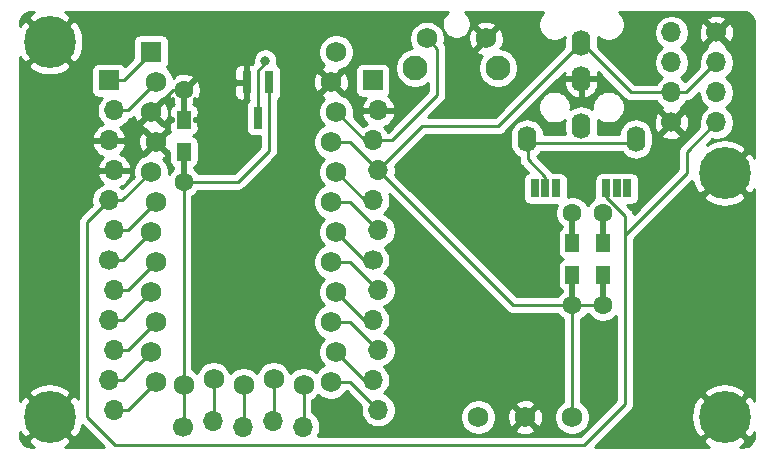
<source format=gtl>
G04 #@! TF.GenerationSoftware,KiCad,Pcbnew,(5.1.9)-1*
G04 #@! TF.CreationDate,2021-05-27T00:57:22-06:00*
G04 #@! TF.ProjectId,cga_proto_boards_top,6367615f-7072-46f7-946f-5f626f617264,rev?*
G04 #@! TF.SameCoordinates,Original*
G04 #@! TF.FileFunction,Copper,L1,Top*
G04 #@! TF.FilePolarity,Positive*
%FSLAX46Y46*%
G04 Gerber Fmt 4.6, Leading zero omitted, Abs format (unit mm)*
G04 Created by KiCad (PCBNEW (5.1.9)-1) date 2021-05-27 00:57:22*
%MOMM*%
%LPD*%
G01*
G04 APERTURE LIST*
G04 #@! TA.AperFunction,SMDPad,CuDef*
%ADD10R,0.500000X2.900000*%
G04 #@! TD*
G04 #@! TA.AperFunction,ComponentPad*
%ADD11C,1.600000*%
G04 #@! TD*
G04 #@! TA.AperFunction,SMDPad,CuDef*
%ADD12R,1.200000X1.500000*%
G04 #@! TD*
G04 #@! TA.AperFunction,ComponentPad*
%ADD13C,2.100000*%
G04 #@! TD*
G04 #@! TA.AperFunction,ComponentPad*
%ADD14C,1.750000*%
G04 #@! TD*
G04 #@! TA.AperFunction,ComponentPad*
%ADD15O,1.600000X2.200000*%
G04 #@! TD*
G04 #@! TA.AperFunction,ComponentPad*
%ADD16C,0.700000*%
G04 #@! TD*
G04 #@! TA.AperFunction,ComponentPad*
%ADD17C,4.400000*%
G04 #@! TD*
G04 #@! TA.AperFunction,SMDPad,CuDef*
%ADD18R,0.700000X1.500000*%
G04 #@! TD*
G04 #@! TA.AperFunction,ComponentPad*
%ADD19C,0.400000*%
G04 #@! TD*
G04 #@! TA.AperFunction,ComponentPad*
%ADD20C,1.752600*%
G04 #@! TD*
G04 #@! TA.AperFunction,SMDPad,CuDef*
%ADD21R,0.800000X1.900000*%
G04 #@! TD*
G04 #@! TA.AperFunction,ComponentPad*
%ADD22R,1.752600X1.752600*%
G04 #@! TD*
G04 #@! TA.AperFunction,ComponentPad*
%ADD23O,1.700000X1.700000*%
G04 #@! TD*
G04 #@! TA.AperFunction,ComponentPad*
%ADD24C,1.700000*%
G04 #@! TD*
G04 #@! TA.AperFunction,ComponentPad*
%ADD25R,1.700000X1.700000*%
G04 #@! TD*
G04 #@! TA.AperFunction,ViaPad*
%ADD26C,0.800000*%
G04 #@! TD*
G04 #@! TA.AperFunction,Conductor*
%ADD27C,0.250000*%
G04 #@! TD*
G04 #@! TA.AperFunction,Conductor*
%ADD28C,0.254000*%
G04 #@! TD*
G04 #@! TA.AperFunction,Conductor*
%ADD29C,0.100000*%
G04 #@! TD*
G04 APERTURE END LIST*
D10*
G04 #@! TO.P,RT2,1*
G04 #@! TO.N,VCC*
X61722000Y-75652000D03*
G04 #@! TO.P,RT2,2*
G04 #@! TO.N,TRRS1*
X61722000Y-70652000D03*
D11*
G04 #@! TO.P,RT2,1*
G04 #@! TO.N,VCC*
X61722000Y-77052000D03*
G04 #@! TO.P,RT2,2*
G04 #@! TO.N,TRRS1*
X61722000Y-69252000D03*
D12*
X61722000Y-71802000D03*
G04 #@! TO.P,RT2,1*
G04 #@! TO.N,VCC*
X61722000Y-74502000D03*
G04 #@! TD*
D10*
G04 #@! TO.P,RT1,1*
G04 #@! TO.N,VCC*
X64293750Y-75652000D03*
G04 #@! TO.P,RT1,2*
G04 #@! TO.N,TRRS2*
X64293750Y-70652000D03*
D11*
G04 #@! TO.P,RT1,1*
G04 #@! TO.N,VCC*
X64293750Y-77052000D03*
G04 #@! TO.P,RT1,2*
G04 #@! TO.N,TRRS2*
X64293750Y-69252000D03*
D12*
X64293750Y-71802000D03*
G04 #@! TO.P,RT1,1*
G04 #@! TO.N,VCC*
X64293750Y-74502000D03*
G04 #@! TD*
D10*
G04 #@! TO.P,RQ1,1*
G04 #@! TO.N,LEDs*
X28829000Y-65206250D03*
G04 #@! TO.P,RQ1,2*
G04 #@! TO.N,GND*
X28829000Y-60206250D03*
D11*
G04 #@! TO.P,RQ1,1*
G04 #@! TO.N,LEDs*
X28829000Y-66606250D03*
G04 #@! TO.P,RQ1,2*
G04 #@! TO.N,GND*
X28829000Y-58806250D03*
D12*
X28829000Y-61356250D03*
G04 #@! TO.P,RQ1,1*
G04 #@! TO.N,LEDs*
X28829000Y-64056250D03*
G04 #@! TD*
D13*
G04 #@! TO.P,Reset,*
G04 #@! TO.N,*
X48403000Y-56973000D03*
D14*
G04 #@! TO.P,Reset,1*
G04 #@! TO.N,RESET*
X49403000Y-54483000D03*
G04 #@! TO.P,Reset,2*
G04 #@! TO.N,GND*
X54403000Y-54483000D03*
D13*
G04 #@! TO.P,Reset,*
G04 #@! TO.N,*
X55413000Y-56973000D03*
G04 #@! TD*
D15*
G04 #@! TO.P,T1,3*
G04 #@! TO.N,GND*
X62484000Y-57889000D03*
G04 #@! TO.P,T1,4*
G04 #@! TO.N,VCC*
X62484000Y-54889000D03*
G04 #@! TO.P,T1,2*
G04 #@! TO.N,TRRS2*
X62484000Y-61889000D03*
G04 #@! TO.P,T1,1*
G04 #@! TO.N,TRRS1*
X57884000Y-62989000D03*
X67084000Y-62989000D03*
G04 #@! TD*
D16*
G04 #@! TO.P,Screw4,1*
G04 #@! TO.N,GND*
X18629226Y-53602024D03*
X17462500Y-53118750D03*
X16295774Y-53602024D03*
X15812500Y-54768750D03*
X16295774Y-55935476D03*
X17462500Y-56418750D03*
X18629226Y-55935476D03*
X19112500Y-54768750D03*
D17*
X17462500Y-54768750D03*
G04 #@! TD*
G04 #@! TO.P,Screw1,1*
G04 #@! TO.N,GND*
X17462500Y-86518750D03*
D16*
X19112500Y-86518750D03*
X18629226Y-87685476D03*
X17462500Y-88168750D03*
X16295774Y-87685476D03*
X15812500Y-86518750D03*
X16295774Y-85352024D03*
X17462500Y-84868750D03*
X18629226Y-85352024D03*
G04 #@! TD*
G04 #@! TO.P,Screw2,1*
G04 #@! TO.N,GND*
X75779226Y-85352024D03*
X74612500Y-84868750D03*
X73445774Y-85352024D03*
X72962500Y-86518750D03*
X73445774Y-87685476D03*
X74612500Y-88168750D03*
X75779226Y-87685476D03*
X76262500Y-86518750D03*
D17*
X74612500Y-86518750D03*
G04 #@! TD*
G04 #@! TO.P,Screw3,1*
G04 #@! TO.N,GND*
X74612500Y-65881250D03*
D16*
X76262500Y-65881250D03*
X75779226Y-67047976D03*
X74612500Y-67531250D03*
X73445774Y-67047976D03*
X72962500Y-65881250D03*
X73445774Y-64714524D03*
X74612500Y-64231250D03*
X75779226Y-64714524D03*
G04 #@! TD*
D18*
G04 #@! TO.P,J2,3*
G04 #@! TO.N,TX*
X66374000Y-67183000D03*
G04 #@! TO.P,J2,2*
G04 #@! TO.N,TRRS2*
X65474000Y-67183000D03*
G04 #@! TO.P,J2,1*
G04 #@! TO.N,SDA*
X64574000Y-67183000D03*
D19*
G04 #@! TO.P,J2,3*
G04 #@! TO.N,TX*
X66374000Y-67183000D03*
G04 #@! TO.P,J2,2*
G04 #@! TO.N,TRRS2*
X65474000Y-67183000D03*
G04 #@! TO.P,J2,1*
G04 #@! TO.N,SDA*
X64574000Y-67183000D03*
G04 #@! TD*
D18*
G04 #@! TO.P,J1,3*
G04 #@! TO.N,RX*
X60336000Y-67183000D03*
G04 #@! TO.P,J1,2*
G04 #@! TO.N,TRRS1*
X59436000Y-67183000D03*
G04 #@! TO.P,J1,1*
G04 #@! TO.N,SCL*
X58536000Y-67183000D03*
D19*
G04 #@! TO.P,J1,3*
G04 #@! TO.N,RX*
X60336000Y-67183000D03*
G04 #@! TO.P,J1,2*
G04 #@! TO.N,TRRS1*
X59436000Y-67183000D03*
G04 #@! TO.P,J1,1*
G04 #@! TO.N,SCL*
X58536000Y-67183000D03*
G04 #@! TD*
D20*
G04 #@! TO.P,H3,1*
G04 #@! TO.N,VCC*
X61690250Y-86550500D03*
G04 #@! TD*
G04 #@! TO.P,H2,1*
G04 #@! TO.N,GND*
X57721500Y-86550500D03*
G04 #@! TD*
G04 #@! TO.P,H1,1*
G04 #@! TO.N,LEDsOut*
X53752750Y-86550500D03*
G04 #@! TD*
D21*
G04 #@! TO.P,Q2,3*
G04 #@! TO.N,LEDsOut*
X35083750Y-61190000D03*
G04 #@! TO.P,Q2,2*
G04 #@! TO.N,GND*
X34133750Y-58190000D03*
G04 #@! TO.P,Q2,1*
G04 #@! TO.N,LEDs*
X36033750Y-58190000D03*
G04 #@! TD*
D20*
G04 #@! TO.P,U1,25*
G04 #@! TO.N,LEDs*
X28797250Y-83794600D03*
G04 #@! TO.P,U1,26*
G04 #@! TO.N,encoder1a*
X31337250Y-83337400D03*
G04 #@! TO.P,U1,27*
G04 #@! TO.N,encoder1b*
X33877250Y-83794600D03*
G04 #@! TO.P,U1,28*
G04 #@! TO.N,encoder2a*
X36417250Y-83337400D03*
G04 #@! TO.P,U1,29*
G04 #@! TO.N,encoder2b*
X38957250Y-83794600D03*
G04 #@! TO.P,U1,24*
G04 #@! TO.N,Net-(U1-Pad24)*
X41725850Y-55626000D03*
G04 #@! TO.P,U1,12*
G04 #@! TO.N,RGB*
X26485850Y-83566000D03*
G04 #@! TO.P,U1,23*
G04 #@! TO.N,GND*
X41268650Y-58166000D03*
G04 #@! TO.P,U1,22*
G04 #@! TO.N,RESET*
X41725850Y-60706000D03*
G04 #@! TO.P,U1,21*
G04 #@! TO.N,VCC*
X41268650Y-63246000D03*
G04 #@! TO.P,U1,20*
G04 #@! TO.N,col0*
X41725850Y-65786000D03*
G04 #@! TO.P,U1,19*
G04 #@! TO.N,col1*
X41268650Y-68326000D03*
G04 #@! TO.P,U1,18*
G04 #@! TO.N,col2*
X41725850Y-70866000D03*
G04 #@! TO.P,U1,17*
G04 #@! TO.N,col3*
X41268650Y-73406000D03*
G04 #@! TO.P,U1,16*
G04 #@! TO.N,col4*
X41725850Y-75946000D03*
G04 #@! TO.P,U1,15*
G04 #@! TO.N,col5*
X41268650Y-78486000D03*
G04 #@! TO.P,U1,14*
G04 #@! TO.N,col6*
X41725850Y-81026000D03*
G04 #@! TO.P,U1,13*
G04 #@! TO.N,col7*
X41268650Y-83566000D03*
G04 #@! TO.P,U1,11*
G04 #@! TO.N,row4*
X26028650Y-81026000D03*
G04 #@! TO.P,U1,10*
G04 #@! TO.N,row3*
X26485850Y-78486000D03*
G04 #@! TO.P,U1,9*
G04 #@! TO.N,row2*
X26028650Y-75946000D03*
G04 #@! TO.P,U1,8*
G04 #@! TO.N,row1*
X26485850Y-73406000D03*
G04 #@! TO.P,U1,7*
G04 #@! TO.N,row0*
X26028650Y-70866000D03*
G04 #@! TO.P,U1,6*
G04 #@! TO.N,SCL*
X26485850Y-68326000D03*
G04 #@! TO.P,U1,5*
G04 #@! TO.N,SDA*
X26028650Y-65786000D03*
G04 #@! TO.P,U1,4*
G04 #@! TO.N,GND*
X26485850Y-63246000D03*
G04 #@! TO.P,U1,3*
X26028650Y-60706000D03*
G04 #@! TO.P,U1,2*
G04 #@! TO.N,RX*
X26485850Y-58166000D03*
D22*
G04 #@! TO.P,U1,1*
G04 #@! TO.N,TX*
X26028650Y-55626000D03*
G04 #@! TD*
D23*
G04 #@! TO.P,O2,4*
G04 #@! TO.N,SDA*
X73914000Y-61595000D03*
G04 #@! TO.P,O2,3*
G04 #@! TO.N,SCL*
X73914000Y-59055000D03*
G04 #@! TO.P,O2,2*
G04 #@! TO.N,VCC*
X73914000Y-56515000D03*
D24*
G04 #@! TO.P,O2,1*
G04 #@! TO.N,GND*
X73914000Y-53975000D03*
G04 #@! TD*
D23*
G04 #@! TO.P,O1,4*
G04 #@! TO.N,SDA*
X70104000Y-53975000D03*
G04 #@! TO.P,O1,3*
G04 #@! TO.N,SCL*
X70104000Y-56515000D03*
G04 #@! TO.P,O1,2*
G04 #@! TO.N,VCC*
X70104000Y-59055000D03*
D24*
G04 #@! TO.P,O1,1*
G04 #@! TO.N,GND*
X70104000Y-61595000D03*
G04 #@! TD*
D23*
G04 #@! TO.P,Cs2,9*
G04 #@! TO.N,col4*
X44824650Y-78309000D03*
G04 #@! TO.P,Cs2,12*
G04 #@! TO.N,col7*
X45281850Y-85929000D03*
D24*
G04 #@! TO.P,Cs2,7*
G04 #@! TO.N,col2*
X44824650Y-73229000D03*
D23*
G04 #@! TO.P,Cs2,11*
G04 #@! TO.N,col6*
X44824650Y-83389000D03*
G04 #@! TO.P,Cs2,8*
G04 #@! TO.N,col3*
X45281850Y-75769000D03*
G04 #@! TO.P,Cs2,10*
G04 #@! TO.N,col5*
X45281850Y-80849000D03*
G04 #@! TO.P,Cs2,6*
G04 #@! TO.N,col1*
X45281850Y-70739000D03*
G04 #@! TO.P,Cs2,5*
G04 #@! TO.N,col0*
X44824650Y-68199000D03*
G04 #@! TO.P,Cs2,4*
G04 #@! TO.N,VCC*
X45281850Y-65659000D03*
G04 #@! TO.P,Cs2,3*
G04 #@! TO.N,RESET*
X44824650Y-63119000D03*
G04 #@! TO.P,Cs2,2*
G04 #@! TO.N,GND*
X45281850Y-60579000D03*
D25*
G04 #@! TO.P,Cs2,1*
G04 #@! TO.N,Net-(Cs2-Pad1)*
X44824650Y-58039000D03*
G04 #@! TD*
D23*
G04 #@! TO.P,Cs1,9*
G04 #@! TO.N,row2*
X22472650Y-78309000D03*
G04 #@! TO.P,Cs1,12*
G04 #@! TO.N,RGB*
X22929850Y-85929000D03*
D24*
G04 #@! TO.P,Cs1,7*
G04 #@! TO.N,row0*
X22472650Y-73229000D03*
D23*
G04 #@! TO.P,Cs1,11*
G04 #@! TO.N,row4*
X22472650Y-83389000D03*
G04 #@! TO.P,Cs1,8*
G04 #@! TO.N,row1*
X22929850Y-75769000D03*
G04 #@! TO.P,Cs1,10*
G04 #@! TO.N,row3*
X22929850Y-80849000D03*
G04 #@! TO.P,Cs1,6*
G04 #@! TO.N,SCL*
X22929850Y-70739000D03*
G04 #@! TO.P,Cs1,5*
G04 #@! TO.N,SDA*
X22472650Y-68199000D03*
G04 #@! TO.P,Cs1,4*
G04 #@! TO.N,GND*
X22929850Y-65659000D03*
G04 #@! TO.P,Cs1,3*
X22472650Y-63119000D03*
G04 #@! TO.P,Cs1,2*
G04 #@! TO.N,RX*
X22929850Y-60579000D03*
D25*
G04 #@! TO.P,Cs1,1*
G04 #@! TO.N,TX*
X22472650Y-58039000D03*
G04 #@! TD*
D23*
G04 #@! TO.P,Cb1,5*
G04 #@! TO.N,encoder2b*
X38893750Y-87350600D03*
G04 #@! TO.P,Cb1,4*
G04 #@! TO.N,encoder2a*
X36353750Y-86893400D03*
G04 #@! TO.P,Cb1,3*
G04 #@! TO.N,encoder1b*
X33813750Y-87350600D03*
G04 #@! TO.P,Cb1,2*
G04 #@! TO.N,encoder1a*
X31273750Y-86893400D03*
D24*
G04 #@! TO.P,Cb1,1*
G04 #@! TO.N,LEDs*
X28733750Y-87350600D03*
G04 #@! TD*
D26*
G04 #@! TO.N,GND*
X31750000Y-62706250D03*
X63500000Y-79375000D03*
X69056250Y-65087500D03*
X62706250Y-65087500D03*
G04 #@! TO.N,LEDsOut*
X35718750Y-56356250D03*
G04 #@! TD*
D27*
G04 #@! TO.N,encoder2b*
X38957250Y-87287100D02*
X38893750Y-87350600D01*
X38957250Y-83794600D02*
X38957250Y-87287100D01*
G04 #@! TO.N,encoder2a*
X36417250Y-86829900D02*
X36353750Y-86893400D01*
X36417250Y-83337400D02*
X36417250Y-86829900D01*
G04 #@! TO.N,encoder1b*
X33877250Y-87287100D02*
X33813750Y-87350600D01*
X33877250Y-83794600D02*
X33877250Y-87287100D01*
G04 #@! TO.N,encoder1a*
X31337250Y-86829900D02*
X31273750Y-86893400D01*
X31337250Y-83337400D02*
X31337250Y-86829900D01*
G04 #@! TO.N,LEDs*
X28797250Y-87287100D02*
X28733750Y-87350600D01*
X28797250Y-83794600D02*
X28797250Y-87287100D01*
X28797250Y-66638000D02*
X28829000Y-66606250D01*
X28797250Y-83794600D02*
X28797250Y-66638000D01*
X28829000Y-66606250D02*
X33406250Y-66606250D01*
X36033750Y-63978750D02*
X36033750Y-58190000D01*
X33406250Y-66606250D02*
X36033750Y-63978750D01*
G04 #@! TO.N,row2*
X23665650Y-78309000D02*
X22472650Y-78309000D01*
X26028650Y-75946000D02*
X23665650Y-78309000D01*
G04 #@! TO.N,RGB*
X24122850Y-85929000D02*
X22929850Y-85929000D01*
X26485850Y-83566000D02*
X24122850Y-85929000D01*
G04 #@! TO.N,row0*
X23665650Y-73229000D02*
X22472650Y-73229000D01*
X26028650Y-70866000D02*
X23665650Y-73229000D01*
G04 #@! TO.N,row4*
X23665650Y-83389000D02*
X22472650Y-83389000D01*
X26028650Y-81026000D02*
X23665650Y-83389000D01*
G04 #@! TO.N,row1*
X24122850Y-75769000D02*
X22929850Y-75769000D01*
X26485850Y-73406000D02*
X24122850Y-75769000D01*
G04 #@! TO.N,row3*
X24122850Y-80849000D02*
X22929850Y-80849000D01*
X26485850Y-78486000D02*
X24122850Y-80849000D01*
G04 #@! TO.N,SCL*
X24072850Y-70739000D02*
X22929850Y-70739000D01*
X26485850Y-68326000D02*
X24072850Y-70739000D01*
X73914000Y-59524002D02*
X73914000Y-59055000D01*
G04 #@! TO.N,SDA*
X23615650Y-68199000D02*
X22472650Y-68199000D01*
X26028650Y-65786000D02*
X23615650Y-68199000D01*
X20637500Y-70034150D02*
X22472650Y-68199000D01*
X20637500Y-86518750D02*
X20637500Y-70034150D01*
X23018750Y-88900000D02*
X20637500Y-86518750D01*
X66179749Y-71139001D02*
X66179749Y-85426501D01*
X66179749Y-85426501D02*
X62706250Y-88900000D01*
X62706250Y-88900000D02*
X23018750Y-88900000D01*
X71437500Y-64071500D02*
X73914000Y-61595000D01*
X71437500Y-65881250D02*
X71437500Y-64071500D01*
X66179749Y-71139001D02*
X71437500Y-65881250D01*
X64574000Y-67867248D02*
X64574000Y-67183000D01*
X66179749Y-69472997D02*
X64574000Y-67867248D01*
X66179749Y-71139001D02*
X66179749Y-69472997D01*
G04 #@! TO.N,GND*
X27928400Y-58806250D02*
X28829000Y-58806250D01*
X26028650Y-60706000D02*
X27928400Y-58806250D01*
G04 #@! TO.N,TRRS1*
X57929750Y-62989000D02*
X58154760Y-63214010D01*
X57929750Y-64703000D02*
X57929750Y-62989000D01*
X59409750Y-66183000D02*
X57929750Y-64703000D01*
X59409750Y-67183000D02*
X59409750Y-66183000D01*
X66758990Y-63314010D02*
X67084000Y-62989000D01*
X58209010Y-63314010D02*
X66758990Y-63314010D01*
X57884000Y-62989000D02*
X58209010Y-63314010D01*
G04 #@! TO.N,col4*
X44088850Y-78309000D02*
X44824650Y-78309000D01*
X41725850Y-75946000D02*
X44088850Y-78309000D01*
G04 #@! TO.N,col7*
X42918850Y-83566000D02*
X45281850Y-85929000D01*
X41268650Y-83566000D02*
X42918850Y-83566000D01*
G04 #@! TO.N,col2*
X44088850Y-73229000D02*
X44824650Y-73229000D01*
X41725850Y-70866000D02*
X44088850Y-73229000D01*
G04 #@! TO.N,col6*
X44088850Y-83389000D02*
X44824650Y-83389000D01*
X41725850Y-81026000D02*
X44088850Y-83389000D01*
G04 #@! TO.N,col3*
X42918850Y-73406000D02*
X45281850Y-75769000D01*
X41268650Y-73406000D02*
X42918850Y-73406000D01*
G04 #@! TO.N,col5*
X42918850Y-78486000D02*
X45281850Y-80849000D01*
X41268650Y-78486000D02*
X42918850Y-78486000D01*
G04 #@! TO.N,col1*
X42868850Y-68326000D02*
X45281850Y-70739000D01*
X41268650Y-68326000D02*
X42868850Y-68326000D01*
G04 #@! TO.N,col0*
X44138850Y-68199000D02*
X44824650Y-68199000D01*
X41725850Y-65786000D02*
X44138850Y-68199000D01*
G04 #@! TO.N,VCC*
X42868850Y-63246000D02*
X45281850Y-65659000D01*
X41268650Y-63246000D02*
X42868850Y-63246000D01*
X61722000Y-77052000D02*
X64293750Y-77052000D01*
X66695750Y-59055000D02*
X62529750Y-54889000D01*
X70104000Y-59055000D02*
X66695750Y-59055000D01*
X61722000Y-86518750D02*
X61690250Y-86550500D01*
X61722000Y-77052000D02*
X61722000Y-86518750D01*
X56674850Y-77052000D02*
X45281850Y-65659000D01*
X61722000Y-77052000D02*
X56674850Y-77052000D01*
X45281850Y-65659000D02*
X49028350Y-61912500D01*
X55446500Y-61912500D02*
X62470000Y-54889000D01*
X49028350Y-61912500D02*
X55446500Y-61912500D01*
X71374000Y-59055000D02*
X73914000Y-56515000D01*
X70104000Y-59055000D02*
X71374000Y-59055000D01*
G04 #@! TO.N,RESET*
X44138850Y-63119000D02*
X44824650Y-63119000D01*
X41725850Y-60706000D02*
X44138850Y-63119000D01*
X44824650Y-63119000D02*
X46418500Y-63119000D01*
X50277999Y-55357999D02*
X49403000Y-54483000D01*
X50277999Y-59259501D02*
X50277999Y-55357999D01*
X46418500Y-63119000D02*
X50277999Y-59259501D01*
G04 #@! TO.N,LEDsOut*
X35718750Y-56569998D02*
X35718750Y-56356250D01*
X35083750Y-57204998D02*
X35718750Y-56569998D01*
X35083750Y-61190000D02*
X35083750Y-57204998D01*
G04 #@! TO.N,RX*
X24072850Y-60579000D02*
X22929850Y-60579000D01*
X26485850Y-58166000D02*
X24072850Y-60579000D01*
G04 #@! TO.N,TX*
X26028650Y-55626000D02*
X26028650Y-55727600D01*
X23717250Y-58039000D02*
X22472650Y-58039000D01*
X26028650Y-55727600D02*
X23717250Y-58039000D01*
G04 #@! TD*
D28*
G04 #@! TO.N,GND*
X76379538Y-52274519D02*
X76552237Y-52326660D01*
X76711518Y-52411352D01*
X76851319Y-52525369D01*
X76966308Y-52664367D01*
X77052110Y-52823055D01*
X77105455Y-52995385D01*
X77127500Y-53205130D01*
X77127500Y-64569372D01*
X76989518Y-64311226D01*
X76602275Y-64071080D01*
X74792105Y-65881250D01*
X76602275Y-67691420D01*
X76989518Y-67451274D01*
X77127500Y-67189787D01*
X77127501Y-85206873D01*
X76989518Y-84948726D01*
X76602275Y-84708580D01*
X74792105Y-86518750D01*
X76602275Y-88328920D01*
X76989518Y-88088774D01*
X77127501Y-87827285D01*
X77127501Y-88073960D01*
X77106731Y-88285788D01*
X77054591Y-88458486D01*
X76969899Y-88617768D01*
X76855878Y-88757571D01*
X76716885Y-88872556D01*
X76558195Y-88958360D01*
X76385865Y-89011705D01*
X76176119Y-89033750D01*
X75924379Y-89033750D01*
X76182524Y-88895768D01*
X76422670Y-88508525D01*
X74612500Y-86698355D01*
X72802330Y-88508525D01*
X73042476Y-88895768D01*
X73303963Y-89033750D01*
X63647301Y-89033750D01*
X66147128Y-86533924D01*
X71763822Y-86533924D01*
X71821519Y-87089382D01*
X71986472Y-87622911D01*
X72235482Y-88088774D01*
X72622725Y-88328920D01*
X74432895Y-86518750D01*
X72622725Y-84708580D01*
X72235482Y-84948726D01*
X71974859Y-85442627D01*
X71815599Y-85977883D01*
X71763822Y-86533924D01*
X66147128Y-86533924D01*
X66690757Y-85990296D01*
X66719750Y-85966502D01*
X66743544Y-85937509D01*
X66743548Y-85937505D01*
X66811616Y-85854563D01*
X66814723Y-85850777D01*
X66885295Y-85718748D01*
X66928752Y-85575487D01*
X66939749Y-85463834D01*
X66939749Y-85463825D01*
X66943425Y-85426502D01*
X66939749Y-85389179D01*
X66939749Y-84528975D01*
X72802330Y-84528975D01*
X74612500Y-86339145D01*
X76422670Y-84528975D01*
X76182524Y-84141732D01*
X75688623Y-83881109D01*
X75153367Y-83721849D01*
X74597326Y-83670072D01*
X74041868Y-83727769D01*
X73508339Y-83892722D01*
X73042476Y-84141732D01*
X72802330Y-84528975D01*
X66939749Y-84528975D01*
X66939749Y-71453802D01*
X70522526Y-67871025D01*
X72802330Y-67871025D01*
X73042476Y-68258268D01*
X73536377Y-68518891D01*
X74071633Y-68678151D01*
X74627674Y-68729928D01*
X75183132Y-68672231D01*
X75716661Y-68507278D01*
X76182524Y-68258268D01*
X76422670Y-67871025D01*
X74612500Y-66060855D01*
X72802330Y-67871025D01*
X70522526Y-67871025D01*
X71849894Y-66543658D01*
X71986472Y-66985411D01*
X72235482Y-67451274D01*
X72622725Y-67691420D01*
X74432895Y-65881250D01*
X74418753Y-65867108D01*
X74598358Y-65687503D01*
X74612500Y-65701645D01*
X76422670Y-63891475D01*
X76182524Y-63504232D01*
X75688623Y-63243609D01*
X75153367Y-63084349D01*
X74597326Y-63032572D01*
X74041868Y-63090269D01*
X73508339Y-63255222D01*
X73122163Y-63461638D01*
X73547592Y-63036210D01*
X73767740Y-63080000D01*
X74060260Y-63080000D01*
X74347158Y-63022932D01*
X74617411Y-62910990D01*
X74860632Y-62748475D01*
X75067475Y-62541632D01*
X75229990Y-62298411D01*
X75341932Y-62028158D01*
X75399000Y-61741260D01*
X75399000Y-61448740D01*
X75341932Y-61161842D01*
X75229990Y-60891589D01*
X75067475Y-60648368D01*
X74860632Y-60441525D01*
X74686240Y-60325000D01*
X74860632Y-60208475D01*
X75067475Y-60001632D01*
X75229990Y-59758411D01*
X75341932Y-59488158D01*
X75399000Y-59201260D01*
X75399000Y-58908740D01*
X75341932Y-58621842D01*
X75229990Y-58351589D01*
X75067475Y-58108368D01*
X74860632Y-57901525D01*
X74686240Y-57785000D01*
X74860632Y-57668475D01*
X75067475Y-57461632D01*
X75229990Y-57218411D01*
X75341932Y-56948158D01*
X75399000Y-56661260D01*
X75399000Y-56368740D01*
X75341932Y-56081842D01*
X75229990Y-55811589D01*
X75067475Y-55568368D01*
X74860632Y-55361525D01*
X74687271Y-55245689D01*
X74762792Y-55003397D01*
X73914000Y-54154605D01*
X73065208Y-55003397D01*
X73140729Y-55245689D01*
X72967368Y-55361525D01*
X72760525Y-55568368D01*
X72598010Y-55811589D01*
X72486068Y-56081842D01*
X72429000Y-56368740D01*
X72429000Y-56661260D01*
X72472790Y-56881407D01*
X71251653Y-58102546D01*
X71050632Y-57901525D01*
X70876240Y-57785000D01*
X71050632Y-57668475D01*
X71257475Y-57461632D01*
X71419990Y-57218411D01*
X71531932Y-56948158D01*
X71589000Y-56661260D01*
X71589000Y-56368740D01*
X71531932Y-56081842D01*
X71419990Y-55811589D01*
X71257475Y-55568368D01*
X71050632Y-55361525D01*
X70876240Y-55245000D01*
X71050632Y-55128475D01*
X71257475Y-54921632D01*
X71419990Y-54678411D01*
X71531932Y-54408158D01*
X71589000Y-54121260D01*
X71589000Y-54043531D01*
X72423389Y-54043531D01*
X72465401Y-54333019D01*
X72563081Y-54608747D01*
X72636528Y-54746157D01*
X72885603Y-54823792D01*
X73734395Y-53975000D01*
X74093605Y-53975000D01*
X74942397Y-54823792D01*
X75191472Y-54746157D01*
X75317371Y-54482117D01*
X75389339Y-54198589D01*
X75404611Y-53906469D01*
X75362599Y-53616981D01*
X75264919Y-53341253D01*
X75191472Y-53203843D01*
X74942397Y-53126208D01*
X74093605Y-53975000D01*
X73734395Y-53975000D01*
X72885603Y-53126208D01*
X72636528Y-53203843D01*
X72510629Y-53467883D01*
X72438661Y-53751411D01*
X72423389Y-54043531D01*
X71589000Y-54043531D01*
X71589000Y-53828740D01*
X71531932Y-53541842D01*
X71419990Y-53271589D01*
X71257475Y-53028368D01*
X71175710Y-52946603D01*
X73065208Y-52946603D01*
X73914000Y-53795395D01*
X74762792Y-52946603D01*
X74685157Y-52697528D01*
X74421117Y-52571629D01*
X74137589Y-52499661D01*
X73845469Y-52484389D01*
X73555981Y-52526401D01*
X73280253Y-52624081D01*
X73142843Y-52697528D01*
X73065208Y-52946603D01*
X71175710Y-52946603D01*
X71050632Y-52821525D01*
X70807411Y-52659010D01*
X70537158Y-52547068D01*
X70250260Y-52490000D01*
X69957740Y-52490000D01*
X69670842Y-52547068D01*
X69400589Y-52659010D01*
X69157368Y-52821525D01*
X68950525Y-53028368D01*
X68788010Y-53271589D01*
X68676068Y-53541842D01*
X68619000Y-53828740D01*
X68619000Y-54121260D01*
X68676068Y-54408158D01*
X68788010Y-54678411D01*
X68950525Y-54921632D01*
X69157368Y-55128475D01*
X69331760Y-55245000D01*
X69157368Y-55361525D01*
X68950525Y-55568368D01*
X68788010Y-55811589D01*
X68676068Y-56081842D01*
X68619000Y-56368740D01*
X68619000Y-56661260D01*
X68676068Y-56948158D01*
X68788010Y-57218411D01*
X68950525Y-57461632D01*
X69157368Y-57668475D01*
X69331760Y-57785000D01*
X69157368Y-57901525D01*
X68950525Y-58108368D01*
X68825822Y-58295000D01*
X67010552Y-58295000D01*
X63919000Y-55203449D01*
X63919000Y-54518508D01*
X63904054Y-54366764D01*
X64127957Y-54516371D01*
X64380011Y-54620775D01*
X64647589Y-54674000D01*
X64920411Y-54674000D01*
X65187989Y-54620775D01*
X65440043Y-54516371D01*
X65666886Y-54364799D01*
X65859799Y-54171886D01*
X66011371Y-53945043D01*
X66115775Y-53692989D01*
X66169000Y-53425411D01*
X66169000Y-53152589D01*
X66115775Y-52885011D01*
X66011371Y-52632957D01*
X65859799Y-52406114D01*
X65707435Y-52253750D01*
X76167721Y-52253750D01*
X76379538Y-52274519D01*
G04 #@! TA.AperFunction,Conductor*
D29*
G36*
X76379538Y-52274519D02*
G01*
X76552237Y-52326660D01*
X76711518Y-52411352D01*
X76851319Y-52525369D01*
X76966308Y-52664367D01*
X77052110Y-52823055D01*
X77105455Y-52995385D01*
X77127500Y-53205130D01*
X77127500Y-64569372D01*
X76989518Y-64311226D01*
X76602275Y-64071080D01*
X74792105Y-65881250D01*
X76602275Y-67691420D01*
X76989518Y-67451274D01*
X77127500Y-67189787D01*
X77127501Y-85206873D01*
X76989518Y-84948726D01*
X76602275Y-84708580D01*
X74792105Y-86518750D01*
X76602275Y-88328920D01*
X76989518Y-88088774D01*
X77127501Y-87827285D01*
X77127501Y-88073960D01*
X77106731Y-88285788D01*
X77054591Y-88458486D01*
X76969899Y-88617768D01*
X76855878Y-88757571D01*
X76716885Y-88872556D01*
X76558195Y-88958360D01*
X76385865Y-89011705D01*
X76176119Y-89033750D01*
X75924379Y-89033750D01*
X76182524Y-88895768D01*
X76422670Y-88508525D01*
X74612500Y-86698355D01*
X72802330Y-88508525D01*
X73042476Y-88895768D01*
X73303963Y-89033750D01*
X63647301Y-89033750D01*
X66147128Y-86533924D01*
X71763822Y-86533924D01*
X71821519Y-87089382D01*
X71986472Y-87622911D01*
X72235482Y-88088774D01*
X72622725Y-88328920D01*
X74432895Y-86518750D01*
X72622725Y-84708580D01*
X72235482Y-84948726D01*
X71974859Y-85442627D01*
X71815599Y-85977883D01*
X71763822Y-86533924D01*
X66147128Y-86533924D01*
X66690757Y-85990296D01*
X66719750Y-85966502D01*
X66743544Y-85937509D01*
X66743548Y-85937505D01*
X66811616Y-85854563D01*
X66814723Y-85850777D01*
X66885295Y-85718748D01*
X66928752Y-85575487D01*
X66939749Y-85463834D01*
X66939749Y-85463825D01*
X66943425Y-85426502D01*
X66939749Y-85389179D01*
X66939749Y-84528975D01*
X72802330Y-84528975D01*
X74612500Y-86339145D01*
X76422670Y-84528975D01*
X76182524Y-84141732D01*
X75688623Y-83881109D01*
X75153367Y-83721849D01*
X74597326Y-83670072D01*
X74041868Y-83727769D01*
X73508339Y-83892722D01*
X73042476Y-84141732D01*
X72802330Y-84528975D01*
X66939749Y-84528975D01*
X66939749Y-71453802D01*
X70522526Y-67871025D01*
X72802330Y-67871025D01*
X73042476Y-68258268D01*
X73536377Y-68518891D01*
X74071633Y-68678151D01*
X74627674Y-68729928D01*
X75183132Y-68672231D01*
X75716661Y-68507278D01*
X76182524Y-68258268D01*
X76422670Y-67871025D01*
X74612500Y-66060855D01*
X72802330Y-67871025D01*
X70522526Y-67871025D01*
X71849894Y-66543658D01*
X71986472Y-66985411D01*
X72235482Y-67451274D01*
X72622725Y-67691420D01*
X74432895Y-65881250D01*
X74418753Y-65867108D01*
X74598358Y-65687503D01*
X74612500Y-65701645D01*
X76422670Y-63891475D01*
X76182524Y-63504232D01*
X75688623Y-63243609D01*
X75153367Y-63084349D01*
X74597326Y-63032572D01*
X74041868Y-63090269D01*
X73508339Y-63255222D01*
X73122163Y-63461638D01*
X73547592Y-63036210D01*
X73767740Y-63080000D01*
X74060260Y-63080000D01*
X74347158Y-63022932D01*
X74617411Y-62910990D01*
X74860632Y-62748475D01*
X75067475Y-62541632D01*
X75229990Y-62298411D01*
X75341932Y-62028158D01*
X75399000Y-61741260D01*
X75399000Y-61448740D01*
X75341932Y-61161842D01*
X75229990Y-60891589D01*
X75067475Y-60648368D01*
X74860632Y-60441525D01*
X74686240Y-60325000D01*
X74860632Y-60208475D01*
X75067475Y-60001632D01*
X75229990Y-59758411D01*
X75341932Y-59488158D01*
X75399000Y-59201260D01*
X75399000Y-58908740D01*
X75341932Y-58621842D01*
X75229990Y-58351589D01*
X75067475Y-58108368D01*
X74860632Y-57901525D01*
X74686240Y-57785000D01*
X74860632Y-57668475D01*
X75067475Y-57461632D01*
X75229990Y-57218411D01*
X75341932Y-56948158D01*
X75399000Y-56661260D01*
X75399000Y-56368740D01*
X75341932Y-56081842D01*
X75229990Y-55811589D01*
X75067475Y-55568368D01*
X74860632Y-55361525D01*
X74687271Y-55245689D01*
X74762792Y-55003397D01*
X73914000Y-54154605D01*
X73065208Y-55003397D01*
X73140729Y-55245689D01*
X72967368Y-55361525D01*
X72760525Y-55568368D01*
X72598010Y-55811589D01*
X72486068Y-56081842D01*
X72429000Y-56368740D01*
X72429000Y-56661260D01*
X72472790Y-56881407D01*
X71251653Y-58102546D01*
X71050632Y-57901525D01*
X70876240Y-57785000D01*
X71050632Y-57668475D01*
X71257475Y-57461632D01*
X71419990Y-57218411D01*
X71531932Y-56948158D01*
X71589000Y-56661260D01*
X71589000Y-56368740D01*
X71531932Y-56081842D01*
X71419990Y-55811589D01*
X71257475Y-55568368D01*
X71050632Y-55361525D01*
X70876240Y-55245000D01*
X71050632Y-55128475D01*
X71257475Y-54921632D01*
X71419990Y-54678411D01*
X71531932Y-54408158D01*
X71589000Y-54121260D01*
X71589000Y-54043531D01*
X72423389Y-54043531D01*
X72465401Y-54333019D01*
X72563081Y-54608747D01*
X72636528Y-54746157D01*
X72885603Y-54823792D01*
X73734395Y-53975000D01*
X74093605Y-53975000D01*
X74942397Y-54823792D01*
X75191472Y-54746157D01*
X75317371Y-54482117D01*
X75389339Y-54198589D01*
X75404611Y-53906469D01*
X75362599Y-53616981D01*
X75264919Y-53341253D01*
X75191472Y-53203843D01*
X74942397Y-53126208D01*
X74093605Y-53975000D01*
X73734395Y-53975000D01*
X72885603Y-53126208D01*
X72636528Y-53203843D01*
X72510629Y-53467883D01*
X72438661Y-53751411D01*
X72423389Y-54043531D01*
X71589000Y-54043531D01*
X71589000Y-53828740D01*
X71531932Y-53541842D01*
X71419990Y-53271589D01*
X71257475Y-53028368D01*
X71175710Y-52946603D01*
X73065208Y-52946603D01*
X73914000Y-53795395D01*
X74762792Y-52946603D01*
X74685157Y-52697528D01*
X74421117Y-52571629D01*
X74137589Y-52499661D01*
X73845469Y-52484389D01*
X73555981Y-52526401D01*
X73280253Y-52624081D01*
X73142843Y-52697528D01*
X73065208Y-52946603D01*
X71175710Y-52946603D01*
X71050632Y-52821525D01*
X70807411Y-52659010D01*
X70537158Y-52547068D01*
X70250260Y-52490000D01*
X69957740Y-52490000D01*
X69670842Y-52547068D01*
X69400589Y-52659010D01*
X69157368Y-52821525D01*
X68950525Y-53028368D01*
X68788010Y-53271589D01*
X68676068Y-53541842D01*
X68619000Y-53828740D01*
X68619000Y-54121260D01*
X68676068Y-54408158D01*
X68788010Y-54678411D01*
X68950525Y-54921632D01*
X69157368Y-55128475D01*
X69331760Y-55245000D01*
X69157368Y-55361525D01*
X68950525Y-55568368D01*
X68788010Y-55811589D01*
X68676068Y-56081842D01*
X68619000Y-56368740D01*
X68619000Y-56661260D01*
X68676068Y-56948158D01*
X68788010Y-57218411D01*
X68950525Y-57461632D01*
X69157368Y-57668475D01*
X69331760Y-57785000D01*
X69157368Y-57901525D01*
X68950525Y-58108368D01*
X68825822Y-58295000D01*
X67010552Y-58295000D01*
X63919000Y-55203449D01*
X63919000Y-54518508D01*
X63904054Y-54366764D01*
X64127957Y-54516371D01*
X64380011Y-54620775D01*
X64647589Y-54674000D01*
X64920411Y-54674000D01*
X65187989Y-54620775D01*
X65440043Y-54516371D01*
X65666886Y-54364799D01*
X65859799Y-54171886D01*
X66011371Y-53945043D01*
X66115775Y-53692989D01*
X66169000Y-53425411D01*
X66169000Y-53152589D01*
X66115775Y-52885011D01*
X66011371Y-52632957D01*
X65859799Y-52406114D01*
X65707435Y-52253750D01*
X76167721Y-52253750D01*
X76379538Y-52274519D01*
G37*
G04 #@! TD.AperFunction*
D28*
X15892476Y-52391732D02*
X15652330Y-52778975D01*
X17462500Y-54589145D01*
X19272670Y-52778975D01*
X19032524Y-52391732D01*
X18771037Y-52253750D01*
X51205474Y-52253750D01*
X51115733Y-52313713D01*
X50943713Y-52485733D01*
X50808557Y-52688008D01*
X50715460Y-52912764D01*
X50668000Y-53151363D01*
X50668000Y-53394637D01*
X50715460Y-53633236D01*
X50808557Y-53857992D01*
X50943713Y-54060267D01*
X51115733Y-54232287D01*
X51318008Y-54367443D01*
X51542764Y-54460540D01*
X51781363Y-54508000D01*
X52024637Y-54508000D01*
X52263236Y-54460540D01*
X52487992Y-54367443D01*
X52690267Y-54232287D01*
X52862287Y-54060267D01*
X52997443Y-53857992D01*
X53090540Y-53633236D01*
X53129621Y-53436760D01*
X53536365Y-53436760D01*
X54403000Y-54303395D01*
X55269635Y-53436760D01*
X55188975Y-53185132D01*
X54920671Y-53056733D01*
X54632474Y-52983145D01*
X54335457Y-52967196D01*
X54041037Y-53009499D01*
X53760526Y-53108428D01*
X53617025Y-53185132D01*
X53536365Y-53436760D01*
X53129621Y-53436760D01*
X53138000Y-53394637D01*
X53138000Y-53151363D01*
X53090540Y-52912764D01*
X52997443Y-52688008D01*
X52862287Y-52485733D01*
X52690267Y-52313713D01*
X52600526Y-52253750D01*
X59260565Y-52253750D01*
X59108201Y-52406114D01*
X58956629Y-52632957D01*
X58852225Y-52885011D01*
X58799000Y-53152589D01*
X58799000Y-53425411D01*
X58852225Y-53692989D01*
X58956629Y-53945043D01*
X59108201Y-54171886D01*
X59301114Y-54364799D01*
X59527957Y-54516371D01*
X59780011Y-54620775D01*
X60047589Y-54674000D01*
X60320411Y-54674000D01*
X60587989Y-54620775D01*
X60840043Y-54516371D01*
X61063946Y-54366764D01*
X61049000Y-54518509D01*
X61049000Y-55235198D01*
X55131699Y-61152500D01*
X49459802Y-61152500D01*
X50789003Y-59823299D01*
X50818000Y-59799502D01*
X50912973Y-59683777D01*
X50983545Y-59551748D01*
X51027002Y-59408487D01*
X51037999Y-59296834D01*
X51037999Y-59296824D01*
X51041675Y-59259501D01*
X51037999Y-59222178D01*
X51037999Y-55529240D01*
X53536365Y-55529240D01*
X53617025Y-55780868D01*
X53885329Y-55909267D01*
X54066347Y-55955488D01*
X53919772Y-56174853D01*
X53792754Y-56481504D01*
X53728000Y-56807042D01*
X53728000Y-57138958D01*
X53792754Y-57464496D01*
X53919772Y-57771147D01*
X54104175Y-58047125D01*
X54338875Y-58281825D01*
X54614853Y-58466228D01*
X54921504Y-58593246D01*
X55247042Y-58658000D01*
X55578958Y-58658000D01*
X55904496Y-58593246D01*
X56211147Y-58466228D01*
X56487125Y-58281825D01*
X56721825Y-58047125D01*
X56906228Y-57771147D01*
X57033246Y-57464496D01*
X57098000Y-57138958D01*
X57098000Y-56807042D01*
X57033246Y-56481504D01*
X56906228Y-56174853D01*
X56721825Y-55898875D01*
X56487125Y-55664175D01*
X56211147Y-55479772D01*
X55904496Y-55352754D01*
X55617562Y-55295679D01*
X55700868Y-55268975D01*
X55829267Y-55000671D01*
X55902855Y-54712474D01*
X55918804Y-54415457D01*
X55876501Y-54121037D01*
X55777572Y-53840526D01*
X55700868Y-53697025D01*
X55449240Y-53616365D01*
X54582605Y-54483000D01*
X54596748Y-54497143D01*
X54417143Y-54676748D01*
X54403000Y-54662605D01*
X53536365Y-55529240D01*
X51037999Y-55529240D01*
X51037999Y-55395321D01*
X51041675Y-55357998D01*
X51037999Y-55320675D01*
X51037999Y-55320666D01*
X51027002Y-55209013D01*
X50983545Y-55065752D01*
X50912973Y-54933723D01*
X50876270Y-54889000D01*
X50864642Y-54874831D01*
X50913000Y-54631722D01*
X50913000Y-54550543D01*
X52887196Y-54550543D01*
X52929499Y-54844963D01*
X53028428Y-55125474D01*
X53105132Y-55268975D01*
X53356760Y-55349635D01*
X54223395Y-54483000D01*
X53356760Y-53616365D01*
X53105132Y-53697025D01*
X52976733Y-53965329D01*
X52903145Y-54253526D01*
X52887196Y-54550543D01*
X50913000Y-54550543D01*
X50913000Y-54334278D01*
X50854971Y-54042549D01*
X50741144Y-53767747D01*
X50575893Y-53520431D01*
X50365569Y-53310107D01*
X50118253Y-53144856D01*
X49843451Y-53031029D01*
X49551722Y-52973000D01*
X49254278Y-52973000D01*
X48962549Y-53031029D01*
X48687747Y-53144856D01*
X48440431Y-53310107D01*
X48230107Y-53520431D01*
X48064856Y-53767747D01*
X47951029Y-54042549D01*
X47893000Y-54334278D01*
X47893000Y-54631722D01*
X47951029Y-54923451D01*
X48064856Y-55198253D01*
X48137988Y-55307703D01*
X47911504Y-55352754D01*
X47604853Y-55479772D01*
X47328875Y-55664175D01*
X47094175Y-55898875D01*
X46909772Y-56174853D01*
X46782754Y-56481504D01*
X46718000Y-56807042D01*
X46718000Y-57138958D01*
X46782754Y-57464496D01*
X46909772Y-57771147D01*
X47094175Y-58047125D01*
X47328875Y-58281825D01*
X47604853Y-58466228D01*
X47911504Y-58593246D01*
X48237042Y-58658000D01*
X48568958Y-58658000D01*
X48894496Y-58593246D01*
X49201147Y-58466228D01*
X49477125Y-58281825D01*
X49517999Y-58240951D01*
X49517999Y-58944699D01*
X46103699Y-62359000D01*
X46102828Y-62359000D01*
X45978125Y-62172368D01*
X45777143Y-61971386D01*
X45913102Y-61923157D01*
X46163205Y-61774178D01*
X46379438Y-61579269D01*
X46553491Y-61345920D01*
X46678675Y-61083099D01*
X46723326Y-60935890D01*
X46602005Y-60706000D01*
X45408850Y-60706000D01*
X45408850Y-60726000D01*
X45154850Y-60726000D01*
X45154850Y-60706000D01*
X43961695Y-60706000D01*
X43840374Y-60935890D01*
X43885025Y-61083099D01*
X44010209Y-61345920D01*
X44184262Y-61579269D01*
X44334488Y-61714680D01*
X44121239Y-61803010D01*
X43987214Y-61892562D01*
X43189426Y-61094775D01*
X43237150Y-60854850D01*
X43237150Y-60557150D01*
X43179072Y-60265170D01*
X43065147Y-59990131D01*
X42899754Y-59742602D01*
X42689248Y-59532096D01*
X42441719Y-59366703D01*
X42166680Y-59252778D01*
X42126090Y-59244704D01*
X42136213Y-59213169D01*
X41268650Y-58345605D01*
X40401087Y-59213169D01*
X40481904Y-59464929D01*
X40717062Y-59577486D01*
X40551946Y-59742602D01*
X40386553Y-59990131D01*
X40272628Y-60265170D01*
X40214550Y-60557150D01*
X40214550Y-60854850D01*
X40272628Y-61146830D01*
X40386553Y-61421869D01*
X40551946Y-61669398D01*
X40719990Y-61837442D01*
X40552781Y-61906703D01*
X40305252Y-62072096D01*
X40094746Y-62282602D01*
X39929353Y-62530131D01*
X39815428Y-62805170D01*
X39757350Y-63097150D01*
X39757350Y-63394850D01*
X39815428Y-63686830D01*
X39929353Y-63961869D01*
X40094746Y-64209398D01*
X40305252Y-64419904D01*
X40552781Y-64585297D01*
X40719990Y-64654558D01*
X40551946Y-64822602D01*
X40386553Y-65070131D01*
X40272628Y-65345170D01*
X40214550Y-65637150D01*
X40214550Y-65934850D01*
X40272628Y-66226830D01*
X40386553Y-66501869D01*
X40551946Y-66749398D01*
X40719990Y-66917442D01*
X40552781Y-66986703D01*
X40305252Y-67152096D01*
X40094746Y-67362602D01*
X39929353Y-67610131D01*
X39815428Y-67885170D01*
X39757350Y-68177150D01*
X39757350Y-68474850D01*
X39815428Y-68766830D01*
X39929353Y-69041869D01*
X40094746Y-69289398D01*
X40305252Y-69499904D01*
X40552781Y-69665297D01*
X40719990Y-69734558D01*
X40551946Y-69902602D01*
X40386553Y-70150131D01*
X40272628Y-70425170D01*
X40214550Y-70717150D01*
X40214550Y-71014850D01*
X40272628Y-71306830D01*
X40386553Y-71581869D01*
X40551946Y-71829398D01*
X40719990Y-71997442D01*
X40552781Y-72066703D01*
X40305252Y-72232096D01*
X40094746Y-72442602D01*
X39929353Y-72690131D01*
X39815428Y-72965170D01*
X39757350Y-73257150D01*
X39757350Y-73554850D01*
X39815428Y-73846830D01*
X39929353Y-74121869D01*
X40094746Y-74369398D01*
X40305252Y-74579904D01*
X40552781Y-74745297D01*
X40719990Y-74814558D01*
X40551946Y-74982602D01*
X40386553Y-75230131D01*
X40272628Y-75505170D01*
X40214550Y-75797150D01*
X40214550Y-76094850D01*
X40272628Y-76386830D01*
X40386553Y-76661869D01*
X40551946Y-76909398D01*
X40719990Y-77077442D01*
X40552781Y-77146703D01*
X40305252Y-77312096D01*
X40094746Y-77522602D01*
X39929353Y-77770131D01*
X39815428Y-78045170D01*
X39757350Y-78337150D01*
X39757350Y-78634850D01*
X39815428Y-78926830D01*
X39929353Y-79201869D01*
X40094746Y-79449398D01*
X40305252Y-79659904D01*
X40552781Y-79825297D01*
X40719990Y-79894558D01*
X40551946Y-80062602D01*
X40386553Y-80310131D01*
X40272628Y-80585170D01*
X40214550Y-80877150D01*
X40214550Y-81174850D01*
X40272628Y-81466830D01*
X40386553Y-81741869D01*
X40551946Y-81989398D01*
X40719990Y-82157442D01*
X40552781Y-82226703D01*
X40305252Y-82392096D01*
X40094746Y-82602602D01*
X40017765Y-82717813D01*
X39920648Y-82620696D01*
X39673119Y-82455303D01*
X39398080Y-82341378D01*
X39106100Y-82283300D01*
X38808400Y-82283300D01*
X38516420Y-82341378D01*
X38241381Y-82455303D01*
X37993852Y-82620696D01*
X37825808Y-82788740D01*
X37756547Y-82621531D01*
X37591154Y-82374002D01*
X37380648Y-82163496D01*
X37133119Y-81998103D01*
X36858080Y-81884178D01*
X36566100Y-81826100D01*
X36268400Y-81826100D01*
X35976420Y-81884178D01*
X35701381Y-81998103D01*
X35453852Y-82163496D01*
X35243346Y-82374002D01*
X35077953Y-82621531D01*
X35008692Y-82788740D01*
X34840648Y-82620696D01*
X34593119Y-82455303D01*
X34318080Y-82341378D01*
X34026100Y-82283300D01*
X33728400Y-82283300D01*
X33436420Y-82341378D01*
X33161381Y-82455303D01*
X32913852Y-82620696D01*
X32745808Y-82788740D01*
X32676547Y-82621531D01*
X32511154Y-82374002D01*
X32300648Y-82163496D01*
X32053119Y-81998103D01*
X31778080Y-81884178D01*
X31486100Y-81826100D01*
X31188400Y-81826100D01*
X30896420Y-81884178D01*
X30621381Y-81998103D01*
X30373852Y-82163496D01*
X30163346Y-82374002D01*
X29997953Y-82621531D01*
X29928692Y-82788740D01*
X29760648Y-82620696D01*
X29557250Y-82484790D01*
X29557250Y-67845508D01*
X29743759Y-67720887D01*
X29943637Y-67521009D01*
X30047043Y-67366250D01*
X33368928Y-67366250D01*
X33406250Y-67369926D01*
X33443572Y-67366250D01*
X33443583Y-67366250D01*
X33555236Y-67355253D01*
X33698497Y-67311796D01*
X33830526Y-67241224D01*
X33946251Y-67146251D01*
X33970054Y-67117247D01*
X36544754Y-64542548D01*
X36573751Y-64518751D01*
X36619376Y-64463157D01*
X36668724Y-64403027D01*
X36739296Y-64270997D01*
X36755518Y-64217519D01*
X36782753Y-64127736D01*
X36793750Y-64016083D01*
X36793750Y-64016074D01*
X36797426Y-63978751D01*
X36793750Y-63941428D01*
X36793750Y-59666018D01*
X36884935Y-59591185D01*
X36964287Y-59494494D01*
X37023252Y-59384180D01*
X37059562Y-59264482D01*
X37071822Y-59140000D01*
X37071822Y-58233491D01*
X39751537Y-58233491D01*
X39793854Y-58528167D01*
X39892848Y-58808927D01*
X39969721Y-58952746D01*
X40221481Y-59033563D01*
X41089045Y-58166000D01*
X41448255Y-58166000D01*
X42315819Y-59033563D01*
X42567579Y-58952746D01*
X42696107Y-58684221D01*
X42769779Y-58395781D01*
X42785763Y-58098509D01*
X42743446Y-57803833D01*
X42644452Y-57523073D01*
X42567579Y-57379254D01*
X42315819Y-57298437D01*
X41448255Y-58166000D01*
X41089045Y-58166000D01*
X40221481Y-57298437D01*
X39969721Y-57379254D01*
X39841193Y-57647779D01*
X39767521Y-57936219D01*
X39751537Y-58233491D01*
X37071822Y-58233491D01*
X37071822Y-57240000D01*
X37059562Y-57115518D01*
X37023252Y-56995820D01*
X36964287Y-56885506D01*
X36884935Y-56788815D01*
X36788244Y-56709463D01*
X36710036Y-56667659D01*
X36713976Y-56658148D01*
X36753750Y-56458189D01*
X36753750Y-56254311D01*
X36713976Y-56054352D01*
X36635955Y-55865994D01*
X36522687Y-55696476D01*
X36378524Y-55552313D01*
X36266035Y-55477150D01*
X40214550Y-55477150D01*
X40214550Y-55774850D01*
X40272628Y-56066830D01*
X40386553Y-56341869D01*
X40551946Y-56589398D01*
X40719634Y-56757086D01*
X40625723Y-56790198D01*
X40481904Y-56867071D01*
X40401087Y-57118831D01*
X41268650Y-57986395D01*
X42066044Y-57189000D01*
X43336578Y-57189000D01*
X43336578Y-58889000D01*
X43348838Y-59013482D01*
X43385148Y-59133180D01*
X43444113Y-59243494D01*
X43523465Y-59340185D01*
X43620156Y-59419537D01*
X43730470Y-59478502D01*
X43850168Y-59514812D01*
X43974650Y-59527072D01*
X44241573Y-59527072D01*
X44184262Y-59578731D01*
X44010209Y-59812080D01*
X43885025Y-60074901D01*
X43840374Y-60222110D01*
X43961695Y-60452000D01*
X45154850Y-60452000D01*
X45154850Y-60432000D01*
X45408850Y-60432000D01*
X45408850Y-60452000D01*
X46602005Y-60452000D01*
X46723326Y-60222110D01*
X46678675Y-60074901D01*
X46553491Y-59812080D01*
X46379438Y-59578731D01*
X46163205Y-59383822D01*
X46110742Y-59352571D01*
X46125835Y-59340185D01*
X46205187Y-59243494D01*
X46264152Y-59133180D01*
X46300462Y-59013482D01*
X46312722Y-58889000D01*
X46312722Y-57189000D01*
X46300462Y-57064518D01*
X46264152Y-56944820D01*
X46205187Y-56834506D01*
X46125835Y-56737815D01*
X46029144Y-56658463D01*
X45918830Y-56599498D01*
X45799132Y-56563188D01*
X45674650Y-56550928D01*
X43974650Y-56550928D01*
X43850168Y-56563188D01*
X43730470Y-56599498D01*
X43620156Y-56658463D01*
X43523465Y-56737815D01*
X43444113Y-56834506D01*
X43385148Y-56944820D01*
X43348838Y-57064518D01*
X43336578Y-57189000D01*
X42066044Y-57189000D01*
X42136213Y-57118831D01*
X42126090Y-57087296D01*
X42166680Y-57079222D01*
X42441719Y-56965297D01*
X42689248Y-56799904D01*
X42899754Y-56589398D01*
X43065147Y-56341869D01*
X43179072Y-56066830D01*
X43237150Y-55774850D01*
X43237150Y-55477150D01*
X43179072Y-55185170D01*
X43065147Y-54910131D01*
X42899754Y-54662602D01*
X42689248Y-54452096D01*
X42441719Y-54286703D01*
X42166680Y-54172778D01*
X41874700Y-54114700D01*
X41577000Y-54114700D01*
X41285020Y-54172778D01*
X41009981Y-54286703D01*
X40762452Y-54452096D01*
X40551946Y-54662602D01*
X40386553Y-54910131D01*
X40272628Y-55185170D01*
X40214550Y-55477150D01*
X36266035Y-55477150D01*
X36209006Y-55439045D01*
X36020648Y-55361024D01*
X35820689Y-55321250D01*
X35616811Y-55321250D01*
X35416852Y-55361024D01*
X35228494Y-55439045D01*
X35058976Y-55552313D01*
X34914813Y-55696476D01*
X34801545Y-55865994D01*
X34723524Y-56054352D01*
X34683750Y-56254311D01*
X34683750Y-56458189D01*
X34695697Y-56518250D01*
X34605001Y-56608945D01*
X34533750Y-56601928D01*
X34419500Y-56605000D01*
X34260750Y-56763750D01*
X34260750Y-58063000D01*
X34280750Y-58063000D01*
X34280750Y-58317000D01*
X34260750Y-58317000D01*
X34260750Y-59616250D01*
X34323750Y-59679250D01*
X34323750Y-59713981D01*
X34232565Y-59788815D01*
X34153213Y-59885506D01*
X34094248Y-59995820D01*
X34057938Y-60115518D01*
X34045678Y-60240000D01*
X34045678Y-62140000D01*
X34057938Y-62264482D01*
X34094248Y-62384180D01*
X34153213Y-62494494D01*
X34232565Y-62591185D01*
X34329256Y-62670537D01*
X34439570Y-62729502D01*
X34559268Y-62765812D01*
X34683750Y-62778072D01*
X35273750Y-62778072D01*
X35273750Y-63663948D01*
X33091449Y-65846250D01*
X30047043Y-65846250D01*
X29943637Y-65691491D01*
X29743759Y-65491613D01*
X29717072Y-65473781D01*
X29717072Y-65372291D01*
X29783494Y-65336787D01*
X29880185Y-65257435D01*
X29959537Y-65160744D01*
X30018502Y-65050430D01*
X30054812Y-64930732D01*
X30067072Y-64806250D01*
X30067072Y-63306250D01*
X30054812Y-63181768D01*
X30018502Y-63062070D01*
X29959537Y-62951756D01*
X29880185Y-62855065D01*
X29783494Y-62775713D01*
X29673180Y-62716748D01*
X29638573Y-62706250D01*
X29673180Y-62695752D01*
X29783494Y-62636787D01*
X29880185Y-62557435D01*
X29959537Y-62460744D01*
X30018502Y-62350430D01*
X30054812Y-62230732D01*
X30067072Y-62106250D01*
X30064000Y-61642000D01*
X29905250Y-61483250D01*
X29716606Y-61483250D01*
X29715938Y-61229250D01*
X29905250Y-61229250D01*
X30064000Y-61070500D01*
X30067072Y-60606250D01*
X30054812Y-60481768D01*
X30018502Y-60362070D01*
X29959537Y-60251756D01*
X29880185Y-60155065D01*
X29783494Y-60075713D01*
X29673180Y-60016748D01*
X29630653Y-60003847D01*
X29714000Y-59920500D01*
X29715072Y-59512717D01*
X29821702Y-59619347D01*
X30065671Y-59547764D01*
X30186571Y-59292254D01*
X30224735Y-59140000D01*
X33095678Y-59140000D01*
X33107938Y-59264482D01*
X33144248Y-59384180D01*
X33203213Y-59494494D01*
X33282565Y-59591185D01*
X33379256Y-59670537D01*
X33489570Y-59729502D01*
X33609268Y-59765812D01*
X33733750Y-59778072D01*
X33848000Y-59775000D01*
X34006750Y-59616250D01*
X34006750Y-58317000D01*
X33257500Y-58317000D01*
X33098750Y-58475750D01*
X33095678Y-59140000D01*
X30224735Y-59140000D01*
X30255300Y-59018066D01*
X30269217Y-58735738D01*
X30227787Y-58456120D01*
X30132603Y-58189958D01*
X30065671Y-58064736D01*
X29821702Y-57993153D01*
X29518695Y-58296160D01*
X29438244Y-58228918D01*
X29328464Y-58168965D01*
X29296645Y-58159000D01*
X29642097Y-57813548D01*
X29570514Y-57569579D01*
X29315004Y-57448679D01*
X29040816Y-57379950D01*
X28758488Y-57366033D01*
X28478870Y-57407463D01*
X28212708Y-57502647D01*
X28087486Y-57569579D01*
X28015903Y-57813546D01*
X27941939Y-57739582D01*
X27939072Y-57725170D01*
X27825147Y-57450131D01*
X27684743Y-57240000D01*
X33095678Y-57240000D01*
X33098750Y-57904250D01*
X33257500Y-58063000D01*
X34006750Y-58063000D01*
X34006750Y-56763750D01*
X33848000Y-56605000D01*
X33733750Y-56601928D01*
X33609268Y-56614188D01*
X33489570Y-56650498D01*
X33379256Y-56709463D01*
X33282565Y-56788815D01*
X33203213Y-56885506D01*
X33144248Y-56995820D01*
X33107938Y-57115518D01*
X33095678Y-57240000D01*
X27684743Y-57240000D01*
X27659754Y-57202602D01*
X27449248Y-56992096D01*
X27368646Y-56938240D01*
X27435487Y-56856794D01*
X27494452Y-56746480D01*
X27530762Y-56626782D01*
X27543022Y-56502300D01*
X27543022Y-54749700D01*
X27530762Y-54625218D01*
X27494452Y-54505520D01*
X27435487Y-54395206D01*
X27356135Y-54298515D01*
X27259444Y-54219163D01*
X27149130Y-54160198D01*
X27029432Y-54123888D01*
X26904950Y-54111628D01*
X25152350Y-54111628D01*
X25027868Y-54123888D01*
X24908170Y-54160198D01*
X24797856Y-54219163D01*
X24701165Y-54298515D01*
X24621813Y-54395206D01*
X24562848Y-54505520D01*
X24526538Y-54625218D01*
X24514278Y-54749700D01*
X24514278Y-56167170D01*
X23850372Y-56831076D01*
X23773835Y-56737815D01*
X23677144Y-56658463D01*
X23566830Y-56599498D01*
X23447132Y-56563188D01*
X23322650Y-56550928D01*
X21622650Y-56550928D01*
X21498168Y-56563188D01*
X21378470Y-56599498D01*
X21268156Y-56658463D01*
X21171465Y-56737815D01*
X21092113Y-56834506D01*
X21033148Y-56944820D01*
X20996838Y-57064518D01*
X20984578Y-57189000D01*
X20984578Y-58889000D01*
X20996838Y-59013482D01*
X21033148Y-59133180D01*
X21092113Y-59243494D01*
X21171465Y-59340185D01*
X21268156Y-59419537D01*
X21378470Y-59478502D01*
X21498168Y-59514812D01*
X21622650Y-59527072D01*
X21881671Y-59527072D01*
X21776375Y-59632368D01*
X21613860Y-59875589D01*
X21501918Y-60145842D01*
X21444850Y-60432740D01*
X21444850Y-60725260D01*
X21501918Y-61012158D01*
X21613860Y-61282411D01*
X21776375Y-61525632D01*
X21977357Y-61726614D01*
X21841398Y-61774843D01*
X21591295Y-61923822D01*
X21375062Y-62118731D01*
X21201009Y-62352080D01*
X21075825Y-62614901D01*
X21031174Y-62762110D01*
X21152495Y-62992000D01*
X22345650Y-62992000D01*
X22345650Y-62972000D01*
X22599650Y-62972000D01*
X22599650Y-62992000D01*
X23792805Y-62992000D01*
X23914126Y-62762110D01*
X23869475Y-62614901D01*
X23744291Y-62352080D01*
X23570238Y-62118731D01*
X23420012Y-61983320D01*
X23633261Y-61894990D01*
X23845511Y-61753169D01*
X25161087Y-61753169D01*
X25241904Y-62004929D01*
X25510429Y-62133457D01*
X25629509Y-62163872D01*
X25618287Y-62198831D01*
X26485850Y-63066395D01*
X27353413Y-62198831D01*
X27272596Y-61947071D01*
X27004071Y-61818543D01*
X26884991Y-61788128D01*
X26896213Y-61753169D01*
X26028650Y-60885605D01*
X25161087Y-61753169D01*
X23845511Y-61753169D01*
X23876482Y-61732475D01*
X24083325Y-61525632D01*
X24214921Y-61328684D01*
X24221836Y-61328003D01*
X24365097Y-61284546D01*
X24497126Y-61213974D01*
X24580996Y-61145144D01*
X24652848Y-61348927D01*
X24729721Y-61492746D01*
X24981481Y-61573563D01*
X25849045Y-60706000D01*
X26208255Y-60706000D01*
X27075819Y-61573563D01*
X27327579Y-61492746D01*
X27456107Y-61224221D01*
X27529779Y-60935781D01*
X27545763Y-60638509D01*
X27503446Y-60343833D01*
X27404452Y-60063073D01*
X27327579Y-59919254D01*
X27075819Y-59838437D01*
X26208255Y-60706000D01*
X25849045Y-60706000D01*
X25834903Y-60691858D01*
X26014508Y-60512253D01*
X26028650Y-60526395D01*
X26896213Y-59658831D01*
X26886090Y-59627296D01*
X26926680Y-59619222D01*
X27201719Y-59505297D01*
X27449248Y-59339904D01*
X27483570Y-59305582D01*
X27525397Y-59422542D01*
X27592329Y-59547764D01*
X27836298Y-59619347D01*
X27942928Y-59512717D01*
X27944000Y-59920500D01*
X28027347Y-60003847D01*
X27984820Y-60016748D01*
X27874506Y-60075713D01*
X27777815Y-60155065D01*
X27698463Y-60251756D01*
X27639498Y-60362070D01*
X27603188Y-60481768D01*
X27590928Y-60606250D01*
X27594000Y-61070500D01*
X27752750Y-61229250D01*
X27942062Y-61229250D01*
X27941394Y-61483250D01*
X27752750Y-61483250D01*
X27594000Y-61642000D01*
X27590928Y-62106250D01*
X27603188Y-62230732D01*
X27639498Y-62350430D01*
X27679623Y-62425498D01*
X27533019Y-62378437D01*
X26665455Y-63246000D01*
X27533019Y-64113563D01*
X27590928Y-64094974D01*
X27590928Y-64806250D01*
X27603188Y-64930732D01*
X27639498Y-65050430D01*
X27698463Y-65160744D01*
X27777815Y-65257435D01*
X27874506Y-65336787D01*
X27940928Y-65372291D01*
X27940928Y-65473781D01*
X27914241Y-65491613D01*
X27714363Y-65691491D01*
X27557320Y-65926523D01*
X27527089Y-65999507D01*
X27539950Y-65934850D01*
X27539950Y-65637150D01*
X27481872Y-65345170D01*
X27367947Y-65070131D01*
X27202554Y-64822602D01*
X27034866Y-64654914D01*
X27128777Y-64621802D01*
X27272596Y-64544929D01*
X27353413Y-64293169D01*
X26485850Y-63425605D01*
X25618287Y-64293169D01*
X25628410Y-64324704D01*
X25587820Y-64332778D01*
X25312781Y-64446703D01*
X25065252Y-64612096D01*
X24854746Y-64822602D01*
X24689353Y-65070131D01*
X24575428Y-65345170D01*
X24517350Y-65637150D01*
X24517350Y-65934850D01*
X24565074Y-66174775D01*
X23556803Y-67183046D01*
X23425143Y-67051386D01*
X23561102Y-67003157D01*
X23811205Y-66854178D01*
X24027438Y-66659269D01*
X24201491Y-66425920D01*
X24326675Y-66163099D01*
X24371326Y-66015890D01*
X24250005Y-65786000D01*
X23056850Y-65786000D01*
X23056850Y-65806000D01*
X22802850Y-65806000D01*
X22802850Y-65786000D01*
X21609695Y-65786000D01*
X21488374Y-66015890D01*
X21533025Y-66163099D01*
X21658209Y-66425920D01*
X21832262Y-66659269D01*
X21982488Y-66794680D01*
X21769239Y-66883010D01*
X21526018Y-67045525D01*
X21319175Y-67252368D01*
X21156660Y-67495589D01*
X21044718Y-67765842D01*
X20987650Y-68052740D01*
X20987650Y-68345260D01*
X21031440Y-68565408D01*
X20126498Y-69470351D01*
X20097500Y-69494149D01*
X20073702Y-69523147D01*
X20073701Y-69523148D01*
X20002526Y-69609874D01*
X19931954Y-69741904D01*
X19916647Y-69792368D01*
X19888498Y-69885164D01*
X19883912Y-69931727D01*
X19873824Y-70034150D01*
X19877501Y-70071483D01*
X19877500Y-85019785D01*
X19839518Y-84948726D01*
X19452275Y-84708580D01*
X17642105Y-86518750D01*
X19452275Y-88328920D01*
X19839518Y-88088774D01*
X20100141Y-87594873D01*
X20223666Y-87179717D01*
X22077698Y-89033750D01*
X18774379Y-89033750D01*
X19032524Y-88895768D01*
X19272670Y-88508525D01*
X17462500Y-86698355D01*
X15652330Y-88508525D01*
X15892476Y-88895768D01*
X16153963Y-89033750D01*
X15907280Y-89033750D01*
X15695462Y-89012981D01*
X15522764Y-88960841D01*
X15363482Y-88876149D01*
X15223679Y-88762128D01*
X15108694Y-88623135D01*
X15022890Y-88464445D01*
X14969545Y-88292115D01*
X14947500Y-88082369D01*
X14947500Y-87830629D01*
X15085482Y-88088774D01*
X15472725Y-88328920D01*
X17282895Y-86518750D01*
X15472725Y-84708580D01*
X15085482Y-84948726D01*
X14947500Y-85210213D01*
X14947500Y-84528975D01*
X15652330Y-84528975D01*
X17462500Y-86339145D01*
X19272670Y-84528975D01*
X19032524Y-84141732D01*
X18538623Y-83881109D01*
X18003367Y-83721849D01*
X17447326Y-83670072D01*
X16891868Y-83727769D01*
X16358339Y-83892722D01*
X15892476Y-84141732D01*
X15652330Y-84528975D01*
X14947500Y-84528975D01*
X14947500Y-63475890D01*
X21031174Y-63475890D01*
X21075825Y-63623099D01*
X21201009Y-63885920D01*
X21375062Y-64119269D01*
X21591295Y-64314178D01*
X21841398Y-64463157D01*
X21990540Y-64516062D01*
X21832262Y-64658731D01*
X21658209Y-64892080D01*
X21533025Y-65154901D01*
X21488374Y-65302110D01*
X21609695Y-65532000D01*
X22802850Y-65532000D01*
X22802850Y-65512000D01*
X23056850Y-65512000D01*
X23056850Y-65532000D01*
X24250005Y-65532000D01*
X24371326Y-65302110D01*
X24326675Y-65154901D01*
X24201491Y-64892080D01*
X24027438Y-64658731D01*
X23811205Y-64463822D01*
X23561102Y-64314843D01*
X23411960Y-64261938D01*
X23570238Y-64119269D01*
X23744291Y-63885920D01*
X23869475Y-63623099D01*
X23914126Y-63475890D01*
X23828423Y-63313491D01*
X24968737Y-63313491D01*
X25011054Y-63608167D01*
X25110048Y-63888927D01*
X25186921Y-64032746D01*
X25438681Y-64113563D01*
X26306245Y-63246000D01*
X25438681Y-62378437D01*
X25186921Y-62459254D01*
X25058393Y-62727779D01*
X24984721Y-63016219D01*
X24968737Y-63313491D01*
X23828423Y-63313491D01*
X23792805Y-63246000D01*
X22599650Y-63246000D01*
X22599650Y-63266000D01*
X22345650Y-63266000D01*
X22345650Y-63246000D01*
X21152495Y-63246000D01*
X21031174Y-63475890D01*
X14947500Y-63475890D01*
X14947500Y-56758525D01*
X15652330Y-56758525D01*
X15892476Y-57145768D01*
X16386377Y-57406391D01*
X16921633Y-57565651D01*
X17477674Y-57617428D01*
X18033132Y-57559731D01*
X18566661Y-57394778D01*
X19032524Y-57145768D01*
X19272670Y-56758525D01*
X17462500Y-54948355D01*
X15652330Y-56758525D01*
X14947500Y-56758525D01*
X14947500Y-56080629D01*
X15085482Y-56338774D01*
X15472725Y-56578920D01*
X17282895Y-54768750D01*
X17642105Y-54768750D01*
X19452275Y-56578920D01*
X19839518Y-56338774D01*
X20100141Y-55844873D01*
X20259401Y-55309617D01*
X20311178Y-54753576D01*
X20253481Y-54198118D01*
X20088528Y-53664589D01*
X19839518Y-53198726D01*
X19452275Y-52958580D01*
X17642105Y-54768750D01*
X17282895Y-54768750D01*
X15472725Y-52958580D01*
X15085482Y-53198726D01*
X14947500Y-53460213D01*
X14947500Y-53213529D01*
X14968269Y-53001712D01*
X15020410Y-52829013D01*
X15105102Y-52669732D01*
X15219119Y-52529931D01*
X15358117Y-52414942D01*
X15516805Y-52329140D01*
X15689135Y-52275795D01*
X15898880Y-52253750D01*
X16150621Y-52253750D01*
X15892476Y-52391732D01*
G04 #@! TA.AperFunction,Conductor*
D29*
G36*
X15892476Y-52391732D02*
G01*
X15652330Y-52778975D01*
X17462500Y-54589145D01*
X19272670Y-52778975D01*
X19032524Y-52391732D01*
X18771037Y-52253750D01*
X51205474Y-52253750D01*
X51115733Y-52313713D01*
X50943713Y-52485733D01*
X50808557Y-52688008D01*
X50715460Y-52912764D01*
X50668000Y-53151363D01*
X50668000Y-53394637D01*
X50715460Y-53633236D01*
X50808557Y-53857992D01*
X50943713Y-54060267D01*
X51115733Y-54232287D01*
X51318008Y-54367443D01*
X51542764Y-54460540D01*
X51781363Y-54508000D01*
X52024637Y-54508000D01*
X52263236Y-54460540D01*
X52487992Y-54367443D01*
X52690267Y-54232287D01*
X52862287Y-54060267D01*
X52997443Y-53857992D01*
X53090540Y-53633236D01*
X53129621Y-53436760D01*
X53536365Y-53436760D01*
X54403000Y-54303395D01*
X55269635Y-53436760D01*
X55188975Y-53185132D01*
X54920671Y-53056733D01*
X54632474Y-52983145D01*
X54335457Y-52967196D01*
X54041037Y-53009499D01*
X53760526Y-53108428D01*
X53617025Y-53185132D01*
X53536365Y-53436760D01*
X53129621Y-53436760D01*
X53138000Y-53394637D01*
X53138000Y-53151363D01*
X53090540Y-52912764D01*
X52997443Y-52688008D01*
X52862287Y-52485733D01*
X52690267Y-52313713D01*
X52600526Y-52253750D01*
X59260565Y-52253750D01*
X59108201Y-52406114D01*
X58956629Y-52632957D01*
X58852225Y-52885011D01*
X58799000Y-53152589D01*
X58799000Y-53425411D01*
X58852225Y-53692989D01*
X58956629Y-53945043D01*
X59108201Y-54171886D01*
X59301114Y-54364799D01*
X59527957Y-54516371D01*
X59780011Y-54620775D01*
X60047589Y-54674000D01*
X60320411Y-54674000D01*
X60587989Y-54620775D01*
X60840043Y-54516371D01*
X61063946Y-54366764D01*
X61049000Y-54518509D01*
X61049000Y-55235198D01*
X55131699Y-61152500D01*
X49459802Y-61152500D01*
X50789003Y-59823299D01*
X50818000Y-59799502D01*
X50912973Y-59683777D01*
X50983545Y-59551748D01*
X51027002Y-59408487D01*
X51037999Y-59296834D01*
X51037999Y-59296824D01*
X51041675Y-59259501D01*
X51037999Y-59222178D01*
X51037999Y-55529240D01*
X53536365Y-55529240D01*
X53617025Y-55780868D01*
X53885329Y-55909267D01*
X54066347Y-55955488D01*
X53919772Y-56174853D01*
X53792754Y-56481504D01*
X53728000Y-56807042D01*
X53728000Y-57138958D01*
X53792754Y-57464496D01*
X53919772Y-57771147D01*
X54104175Y-58047125D01*
X54338875Y-58281825D01*
X54614853Y-58466228D01*
X54921504Y-58593246D01*
X55247042Y-58658000D01*
X55578958Y-58658000D01*
X55904496Y-58593246D01*
X56211147Y-58466228D01*
X56487125Y-58281825D01*
X56721825Y-58047125D01*
X56906228Y-57771147D01*
X57033246Y-57464496D01*
X57098000Y-57138958D01*
X57098000Y-56807042D01*
X57033246Y-56481504D01*
X56906228Y-56174853D01*
X56721825Y-55898875D01*
X56487125Y-55664175D01*
X56211147Y-55479772D01*
X55904496Y-55352754D01*
X55617562Y-55295679D01*
X55700868Y-55268975D01*
X55829267Y-55000671D01*
X55902855Y-54712474D01*
X55918804Y-54415457D01*
X55876501Y-54121037D01*
X55777572Y-53840526D01*
X55700868Y-53697025D01*
X55449240Y-53616365D01*
X54582605Y-54483000D01*
X54596748Y-54497143D01*
X54417143Y-54676748D01*
X54403000Y-54662605D01*
X53536365Y-55529240D01*
X51037999Y-55529240D01*
X51037999Y-55395321D01*
X51041675Y-55357998D01*
X51037999Y-55320675D01*
X51037999Y-55320666D01*
X51027002Y-55209013D01*
X50983545Y-55065752D01*
X50912973Y-54933723D01*
X50876270Y-54889000D01*
X50864642Y-54874831D01*
X50913000Y-54631722D01*
X50913000Y-54550543D01*
X52887196Y-54550543D01*
X52929499Y-54844963D01*
X53028428Y-55125474D01*
X53105132Y-55268975D01*
X53356760Y-55349635D01*
X54223395Y-54483000D01*
X53356760Y-53616365D01*
X53105132Y-53697025D01*
X52976733Y-53965329D01*
X52903145Y-54253526D01*
X52887196Y-54550543D01*
X50913000Y-54550543D01*
X50913000Y-54334278D01*
X50854971Y-54042549D01*
X50741144Y-53767747D01*
X50575893Y-53520431D01*
X50365569Y-53310107D01*
X50118253Y-53144856D01*
X49843451Y-53031029D01*
X49551722Y-52973000D01*
X49254278Y-52973000D01*
X48962549Y-53031029D01*
X48687747Y-53144856D01*
X48440431Y-53310107D01*
X48230107Y-53520431D01*
X48064856Y-53767747D01*
X47951029Y-54042549D01*
X47893000Y-54334278D01*
X47893000Y-54631722D01*
X47951029Y-54923451D01*
X48064856Y-55198253D01*
X48137988Y-55307703D01*
X47911504Y-55352754D01*
X47604853Y-55479772D01*
X47328875Y-55664175D01*
X47094175Y-55898875D01*
X46909772Y-56174853D01*
X46782754Y-56481504D01*
X46718000Y-56807042D01*
X46718000Y-57138958D01*
X46782754Y-57464496D01*
X46909772Y-57771147D01*
X47094175Y-58047125D01*
X47328875Y-58281825D01*
X47604853Y-58466228D01*
X47911504Y-58593246D01*
X48237042Y-58658000D01*
X48568958Y-58658000D01*
X48894496Y-58593246D01*
X49201147Y-58466228D01*
X49477125Y-58281825D01*
X49517999Y-58240951D01*
X49517999Y-58944699D01*
X46103699Y-62359000D01*
X46102828Y-62359000D01*
X45978125Y-62172368D01*
X45777143Y-61971386D01*
X45913102Y-61923157D01*
X46163205Y-61774178D01*
X46379438Y-61579269D01*
X46553491Y-61345920D01*
X46678675Y-61083099D01*
X46723326Y-60935890D01*
X46602005Y-60706000D01*
X45408850Y-60706000D01*
X45408850Y-60726000D01*
X45154850Y-60726000D01*
X45154850Y-60706000D01*
X43961695Y-60706000D01*
X43840374Y-60935890D01*
X43885025Y-61083099D01*
X44010209Y-61345920D01*
X44184262Y-61579269D01*
X44334488Y-61714680D01*
X44121239Y-61803010D01*
X43987214Y-61892562D01*
X43189426Y-61094775D01*
X43237150Y-60854850D01*
X43237150Y-60557150D01*
X43179072Y-60265170D01*
X43065147Y-59990131D01*
X42899754Y-59742602D01*
X42689248Y-59532096D01*
X42441719Y-59366703D01*
X42166680Y-59252778D01*
X42126090Y-59244704D01*
X42136213Y-59213169D01*
X41268650Y-58345605D01*
X40401087Y-59213169D01*
X40481904Y-59464929D01*
X40717062Y-59577486D01*
X40551946Y-59742602D01*
X40386553Y-59990131D01*
X40272628Y-60265170D01*
X40214550Y-60557150D01*
X40214550Y-60854850D01*
X40272628Y-61146830D01*
X40386553Y-61421869D01*
X40551946Y-61669398D01*
X40719990Y-61837442D01*
X40552781Y-61906703D01*
X40305252Y-62072096D01*
X40094746Y-62282602D01*
X39929353Y-62530131D01*
X39815428Y-62805170D01*
X39757350Y-63097150D01*
X39757350Y-63394850D01*
X39815428Y-63686830D01*
X39929353Y-63961869D01*
X40094746Y-64209398D01*
X40305252Y-64419904D01*
X40552781Y-64585297D01*
X40719990Y-64654558D01*
X40551946Y-64822602D01*
X40386553Y-65070131D01*
X40272628Y-65345170D01*
X40214550Y-65637150D01*
X40214550Y-65934850D01*
X40272628Y-66226830D01*
X40386553Y-66501869D01*
X40551946Y-66749398D01*
X40719990Y-66917442D01*
X40552781Y-66986703D01*
X40305252Y-67152096D01*
X40094746Y-67362602D01*
X39929353Y-67610131D01*
X39815428Y-67885170D01*
X39757350Y-68177150D01*
X39757350Y-68474850D01*
X39815428Y-68766830D01*
X39929353Y-69041869D01*
X40094746Y-69289398D01*
X40305252Y-69499904D01*
X40552781Y-69665297D01*
X40719990Y-69734558D01*
X40551946Y-69902602D01*
X40386553Y-70150131D01*
X40272628Y-70425170D01*
X40214550Y-70717150D01*
X40214550Y-71014850D01*
X40272628Y-71306830D01*
X40386553Y-71581869D01*
X40551946Y-71829398D01*
X40719990Y-71997442D01*
X40552781Y-72066703D01*
X40305252Y-72232096D01*
X40094746Y-72442602D01*
X39929353Y-72690131D01*
X39815428Y-72965170D01*
X39757350Y-73257150D01*
X39757350Y-73554850D01*
X39815428Y-73846830D01*
X39929353Y-74121869D01*
X40094746Y-74369398D01*
X40305252Y-74579904D01*
X40552781Y-74745297D01*
X40719990Y-74814558D01*
X40551946Y-74982602D01*
X40386553Y-75230131D01*
X40272628Y-75505170D01*
X40214550Y-75797150D01*
X40214550Y-76094850D01*
X40272628Y-76386830D01*
X40386553Y-76661869D01*
X40551946Y-76909398D01*
X40719990Y-77077442D01*
X40552781Y-77146703D01*
X40305252Y-77312096D01*
X40094746Y-77522602D01*
X39929353Y-77770131D01*
X39815428Y-78045170D01*
X39757350Y-78337150D01*
X39757350Y-78634850D01*
X39815428Y-78926830D01*
X39929353Y-79201869D01*
X40094746Y-79449398D01*
X40305252Y-79659904D01*
X40552781Y-79825297D01*
X40719990Y-79894558D01*
X40551946Y-80062602D01*
X40386553Y-80310131D01*
X40272628Y-80585170D01*
X40214550Y-80877150D01*
X40214550Y-81174850D01*
X40272628Y-81466830D01*
X40386553Y-81741869D01*
X40551946Y-81989398D01*
X40719990Y-82157442D01*
X40552781Y-82226703D01*
X40305252Y-82392096D01*
X40094746Y-82602602D01*
X40017765Y-82717813D01*
X39920648Y-82620696D01*
X39673119Y-82455303D01*
X39398080Y-82341378D01*
X39106100Y-82283300D01*
X38808400Y-82283300D01*
X38516420Y-82341378D01*
X38241381Y-82455303D01*
X37993852Y-82620696D01*
X37825808Y-82788740D01*
X37756547Y-82621531D01*
X37591154Y-82374002D01*
X37380648Y-82163496D01*
X37133119Y-81998103D01*
X36858080Y-81884178D01*
X36566100Y-81826100D01*
X36268400Y-81826100D01*
X35976420Y-81884178D01*
X35701381Y-81998103D01*
X35453852Y-82163496D01*
X35243346Y-82374002D01*
X35077953Y-82621531D01*
X35008692Y-82788740D01*
X34840648Y-82620696D01*
X34593119Y-82455303D01*
X34318080Y-82341378D01*
X34026100Y-82283300D01*
X33728400Y-82283300D01*
X33436420Y-82341378D01*
X33161381Y-82455303D01*
X32913852Y-82620696D01*
X32745808Y-82788740D01*
X32676547Y-82621531D01*
X32511154Y-82374002D01*
X32300648Y-82163496D01*
X32053119Y-81998103D01*
X31778080Y-81884178D01*
X31486100Y-81826100D01*
X31188400Y-81826100D01*
X30896420Y-81884178D01*
X30621381Y-81998103D01*
X30373852Y-82163496D01*
X30163346Y-82374002D01*
X29997953Y-82621531D01*
X29928692Y-82788740D01*
X29760648Y-82620696D01*
X29557250Y-82484790D01*
X29557250Y-67845508D01*
X29743759Y-67720887D01*
X29943637Y-67521009D01*
X30047043Y-67366250D01*
X33368928Y-67366250D01*
X33406250Y-67369926D01*
X33443572Y-67366250D01*
X33443583Y-67366250D01*
X33555236Y-67355253D01*
X33698497Y-67311796D01*
X33830526Y-67241224D01*
X33946251Y-67146251D01*
X33970054Y-67117247D01*
X36544754Y-64542548D01*
X36573751Y-64518751D01*
X36619376Y-64463157D01*
X36668724Y-64403027D01*
X36739296Y-64270997D01*
X36755518Y-64217519D01*
X36782753Y-64127736D01*
X36793750Y-64016083D01*
X36793750Y-64016074D01*
X36797426Y-63978751D01*
X36793750Y-63941428D01*
X36793750Y-59666018D01*
X36884935Y-59591185D01*
X36964287Y-59494494D01*
X37023252Y-59384180D01*
X37059562Y-59264482D01*
X37071822Y-59140000D01*
X37071822Y-58233491D01*
X39751537Y-58233491D01*
X39793854Y-58528167D01*
X39892848Y-58808927D01*
X39969721Y-58952746D01*
X40221481Y-59033563D01*
X41089045Y-58166000D01*
X41448255Y-58166000D01*
X42315819Y-59033563D01*
X42567579Y-58952746D01*
X42696107Y-58684221D01*
X42769779Y-58395781D01*
X42785763Y-58098509D01*
X42743446Y-57803833D01*
X42644452Y-57523073D01*
X42567579Y-57379254D01*
X42315819Y-57298437D01*
X41448255Y-58166000D01*
X41089045Y-58166000D01*
X40221481Y-57298437D01*
X39969721Y-57379254D01*
X39841193Y-57647779D01*
X39767521Y-57936219D01*
X39751537Y-58233491D01*
X37071822Y-58233491D01*
X37071822Y-57240000D01*
X37059562Y-57115518D01*
X37023252Y-56995820D01*
X36964287Y-56885506D01*
X36884935Y-56788815D01*
X36788244Y-56709463D01*
X36710036Y-56667659D01*
X36713976Y-56658148D01*
X36753750Y-56458189D01*
X36753750Y-56254311D01*
X36713976Y-56054352D01*
X36635955Y-55865994D01*
X36522687Y-55696476D01*
X36378524Y-55552313D01*
X36266035Y-55477150D01*
X40214550Y-55477150D01*
X40214550Y-55774850D01*
X40272628Y-56066830D01*
X40386553Y-56341869D01*
X40551946Y-56589398D01*
X40719634Y-56757086D01*
X40625723Y-56790198D01*
X40481904Y-56867071D01*
X40401087Y-57118831D01*
X41268650Y-57986395D01*
X42066044Y-57189000D01*
X43336578Y-57189000D01*
X43336578Y-58889000D01*
X43348838Y-59013482D01*
X43385148Y-59133180D01*
X43444113Y-59243494D01*
X43523465Y-59340185D01*
X43620156Y-59419537D01*
X43730470Y-59478502D01*
X43850168Y-59514812D01*
X43974650Y-59527072D01*
X44241573Y-59527072D01*
X44184262Y-59578731D01*
X44010209Y-59812080D01*
X43885025Y-60074901D01*
X43840374Y-60222110D01*
X43961695Y-60452000D01*
X45154850Y-60452000D01*
X45154850Y-60432000D01*
X45408850Y-60432000D01*
X45408850Y-60452000D01*
X46602005Y-60452000D01*
X46723326Y-60222110D01*
X46678675Y-60074901D01*
X46553491Y-59812080D01*
X46379438Y-59578731D01*
X46163205Y-59383822D01*
X46110742Y-59352571D01*
X46125835Y-59340185D01*
X46205187Y-59243494D01*
X46264152Y-59133180D01*
X46300462Y-59013482D01*
X46312722Y-58889000D01*
X46312722Y-57189000D01*
X46300462Y-57064518D01*
X46264152Y-56944820D01*
X46205187Y-56834506D01*
X46125835Y-56737815D01*
X46029144Y-56658463D01*
X45918830Y-56599498D01*
X45799132Y-56563188D01*
X45674650Y-56550928D01*
X43974650Y-56550928D01*
X43850168Y-56563188D01*
X43730470Y-56599498D01*
X43620156Y-56658463D01*
X43523465Y-56737815D01*
X43444113Y-56834506D01*
X43385148Y-56944820D01*
X43348838Y-57064518D01*
X43336578Y-57189000D01*
X42066044Y-57189000D01*
X42136213Y-57118831D01*
X42126090Y-57087296D01*
X42166680Y-57079222D01*
X42441719Y-56965297D01*
X42689248Y-56799904D01*
X42899754Y-56589398D01*
X43065147Y-56341869D01*
X43179072Y-56066830D01*
X43237150Y-55774850D01*
X43237150Y-55477150D01*
X43179072Y-55185170D01*
X43065147Y-54910131D01*
X42899754Y-54662602D01*
X42689248Y-54452096D01*
X42441719Y-54286703D01*
X42166680Y-54172778D01*
X41874700Y-54114700D01*
X41577000Y-54114700D01*
X41285020Y-54172778D01*
X41009981Y-54286703D01*
X40762452Y-54452096D01*
X40551946Y-54662602D01*
X40386553Y-54910131D01*
X40272628Y-55185170D01*
X40214550Y-55477150D01*
X36266035Y-55477150D01*
X36209006Y-55439045D01*
X36020648Y-55361024D01*
X35820689Y-55321250D01*
X35616811Y-55321250D01*
X35416852Y-55361024D01*
X35228494Y-55439045D01*
X35058976Y-55552313D01*
X34914813Y-55696476D01*
X34801545Y-55865994D01*
X34723524Y-56054352D01*
X34683750Y-56254311D01*
X34683750Y-56458189D01*
X34695697Y-56518250D01*
X34605001Y-56608945D01*
X34533750Y-56601928D01*
X34419500Y-56605000D01*
X34260750Y-56763750D01*
X34260750Y-58063000D01*
X34280750Y-58063000D01*
X34280750Y-58317000D01*
X34260750Y-58317000D01*
X34260750Y-59616250D01*
X34323750Y-59679250D01*
X34323750Y-59713981D01*
X34232565Y-59788815D01*
X34153213Y-59885506D01*
X34094248Y-59995820D01*
X34057938Y-60115518D01*
X34045678Y-60240000D01*
X34045678Y-62140000D01*
X34057938Y-62264482D01*
X34094248Y-62384180D01*
X34153213Y-62494494D01*
X34232565Y-62591185D01*
X34329256Y-62670537D01*
X34439570Y-62729502D01*
X34559268Y-62765812D01*
X34683750Y-62778072D01*
X35273750Y-62778072D01*
X35273750Y-63663948D01*
X33091449Y-65846250D01*
X30047043Y-65846250D01*
X29943637Y-65691491D01*
X29743759Y-65491613D01*
X29717072Y-65473781D01*
X29717072Y-65372291D01*
X29783494Y-65336787D01*
X29880185Y-65257435D01*
X29959537Y-65160744D01*
X30018502Y-65050430D01*
X30054812Y-64930732D01*
X30067072Y-64806250D01*
X30067072Y-63306250D01*
X30054812Y-63181768D01*
X30018502Y-63062070D01*
X29959537Y-62951756D01*
X29880185Y-62855065D01*
X29783494Y-62775713D01*
X29673180Y-62716748D01*
X29638573Y-62706250D01*
X29673180Y-62695752D01*
X29783494Y-62636787D01*
X29880185Y-62557435D01*
X29959537Y-62460744D01*
X30018502Y-62350430D01*
X30054812Y-62230732D01*
X30067072Y-62106250D01*
X30064000Y-61642000D01*
X29905250Y-61483250D01*
X29716606Y-61483250D01*
X29715938Y-61229250D01*
X29905250Y-61229250D01*
X30064000Y-61070500D01*
X30067072Y-60606250D01*
X30054812Y-60481768D01*
X30018502Y-60362070D01*
X29959537Y-60251756D01*
X29880185Y-60155065D01*
X29783494Y-60075713D01*
X29673180Y-60016748D01*
X29630653Y-60003847D01*
X29714000Y-59920500D01*
X29715072Y-59512717D01*
X29821702Y-59619347D01*
X30065671Y-59547764D01*
X30186571Y-59292254D01*
X30224735Y-59140000D01*
X33095678Y-59140000D01*
X33107938Y-59264482D01*
X33144248Y-59384180D01*
X33203213Y-59494494D01*
X33282565Y-59591185D01*
X33379256Y-59670537D01*
X33489570Y-59729502D01*
X33609268Y-59765812D01*
X33733750Y-59778072D01*
X33848000Y-59775000D01*
X34006750Y-59616250D01*
X34006750Y-58317000D01*
X33257500Y-58317000D01*
X33098750Y-58475750D01*
X33095678Y-59140000D01*
X30224735Y-59140000D01*
X30255300Y-59018066D01*
X30269217Y-58735738D01*
X30227787Y-58456120D01*
X30132603Y-58189958D01*
X30065671Y-58064736D01*
X29821702Y-57993153D01*
X29518695Y-58296160D01*
X29438244Y-58228918D01*
X29328464Y-58168965D01*
X29296645Y-58159000D01*
X29642097Y-57813548D01*
X29570514Y-57569579D01*
X29315004Y-57448679D01*
X29040816Y-57379950D01*
X28758488Y-57366033D01*
X28478870Y-57407463D01*
X28212708Y-57502647D01*
X28087486Y-57569579D01*
X28015903Y-57813546D01*
X27941939Y-57739582D01*
X27939072Y-57725170D01*
X27825147Y-57450131D01*
X27684743Y-57240000D01*
X33095678Y-57240000D01*
X33098750Y-57904250D01*
X33257500Y-58063000D01*
X34006750Y-58063000D01*
X34006750Y-56763750D01*
X33848000Y-56605000D01*
X33733750Y-56601928D01*
X33609268Y-56614188D01*
X33489570Y-56650498D01*
X33379256Y-56709463D01*
X33282565Y-56788815D01*
X33203213Y-56885506D01*
X33144248Y-56995820D01*
X33107938Y-57115518D01*
X33095678Y-57240000D01*
X27684743Y-57240000D01*
X27659754Y-57202602D01*
X27449248Y-56992096D01*
X27368646Y-56938240D01*
X27435487Y-56856794D01*
X27494452Y-56746480D01*
X27530762Y-56626782D01*
X27543022Y-56502300D01*
X27543022Y-54749700D01*
X27530762Y-54625218D01*
X27494452Y-54505520D01*
X27435487Y-54395206D01*
X27356135Y-54298515D01*
X27259444Y-54219163D01*
X27149130Y-54160198D01*
X27029432Y-54123888D01*
X26904950Y-54111628D01*
X25152350Y-54111628D01*
X25027868Y-54123888D01*
X24908170Y-54160198D01*
X24797856Y-54219163D01*
X24701165Y-54298515D01*
X24621813Y-54395206D01*
X24562848Y-54505520D01*
X24526538Y-54625218D01*
X24514278Y-54749700D01*
X24514278Y-56167170D01*
X23850372Y-56831076D01*
X23773835Y-56737815D01*
X23677144Y-56658463D01*
X23566830Y-56599498D01*
X23447132Y-56563188D01*
X23322650Y-56550928D01*
X21622650Y-56550928D01*
X21498168Y-56563188D01*
X21378470Y-56599498D01*
X21268156Y-56658463D01*
X21171465Y-56737815D01*
X21092113Y-56834506D01*
X21033148Y-56944820D01*
X20996838Y-57064518D01*
X20984578Y-57189000D01*
X20984578Y-58889000D01*
X20996838Y-59013482D01*
X21033148Y-59133180D01*
X21092113Y-59243494D01*
X21171465Y-59340185D01*
X21268156Y-59419537D01*
X21378470Y-59478502D01*
X21498168Y-59514812D01*
X21622650Y-59527072D01*
X21881671Y-59527072D01*
X21776375Y-59632368D01*
X21613860Y-59875589D01*
X21501918Y-60145842D01*
X21444850Y-60432740D01*
X21444850Y-60725260D01*
X21501918Y-61012158D01*
X21613860Y-61282411D01*
X21776375Y-61525632D01*
X21977357Y-61726614D01*
X21841398Y-61774843D01*
X21591295Y-61923822D01*
X21375062Y-62118731D01*
X21201009Y-62352080D01*
X21075825Y-62614901D01*
X21031174Y-62762110D01*
X21152495Y-62992000D01*
X22345650Y-62992000D01*
X22345650Y-62972000D01*
X22599650Y-62972000D01*
X22599650Y-62992000D01*
X23792805Y-62992000D01*
X23914126Y-62762110D01*
X23869475Y-62614901D01*
X23744291Y-62352080D01*
X23570238Y-62118731D01*
X23420012Y-61983320D01*
X23633261Y-61894990D01*
X23845511Y-61753169D01*
X25161087Y-61753169D01*
X25241904Y-62004929D01*
X25510429Y-62133457D01*
X25629509Y-62163872D01*
X25618287Y-62198831D01*
X26485850Y-63066395D01*
X27353413Y-62198831D01*
X27272596Y-61947071D01*
X27004071Y-61818543D01*
X26884991Y-61788128D01*
X26896213Y-61753169D01*
X26028650Y-60885605D01*
X25161087Y-61753169D01*
X23845511Y-61753169D01*
X23876482Y-61732475D01*
X24083325Y-61525632D01*
X24214921Y-61328684D01*
X24221836Y-61328003D01*
X24365097Y-61284546D01*
X24497126Y-61213974D01*
X24580996Y-61145144D01*
X24652848Y-61348927D01*
X24729721Y-61492746D01*
X24981481Y-61573563D01*
X25849045Y-60706000D01*
X26208255Y-60706000D01*
X27075819Y-61573563D01*
X27327579Y-61492746D01*
X27456107Y-61224221D01*
X27529779Y-60935781D01*
X27545763Y-60638509D01*
X27503446Y-60343833D01*
X27404452Y-60063073D01*
X27327579Y-59919254D01*
X27075819Y-59838437D01*
X26208255Y-60706000D01*
X25849045Y-60706000D01*
X25834903Y-60691858D01*
X26014508Y-60512253D01*
X26028650Y-60526395D01*
X26896213Y-59658831D01*
X26886090Y-59627296D01*
X26926680Y-59619222D01*
X27201719Y-59505297D01*
X27449248Y-59339904D01*
X27483570Y-59305582D01*
X27525397Y-59422542D01*
X27592329Y-59547764D01*
X27836298Y-59619347D01*
X27942928Y-59512717D01*
X27944000Y-59920500D01*
X28027347Y-60003847D01*
X27984820Y-60016748D01*
X27874506Y-60075713D01*
X27777815Y-60155065D01*
X27698463Y-60251756D01*
X27639498Y-60362070D01*
X27603188Y-60481768D01*
X27590928Y-60606250D01*
X27594000Y-61070500D01*
X27752750Y-61229250D01*
X27942062Y-61229250D01*
X27941394Y-61483250D01*
X27752750Y-61483250D01*
X27594000Y-61642000D01*
X27590928Y-62106250D01*
X27603188Y-62230732D01*
X27639498Y-62350430D01*
X27679623Y-62425498D01*
X27533019Y-62378437D01*
X26665455Y-63246000D01*
X27533019Y-64113563D01*
X27590928Y-64094974D01*
X27590928Y-64806250D01*
X27603188Y-64930732D01*
X27639498Y-65050430D01*
X27698463Y-65160744D01*
X27777815Y-65257435D01*
X27874506Y-65336787D01*
X27940928Y-65372291D01*
X27940928Y-65473781D01*
X27914241Y-65491613D01*
X27714363Y-65691491D01*
X27557320Y-65926523D01*
X27527089Y-65999507D01*
X27539950Y-65934850D01*
X27539950Y-65637150D01*
X27481872Y-65345170D01*
X27367947Y-65070131D01*
X27202554Y-64822602D01*
X27034866Y-64654914D01*
X27128777Y-64621802D01*
X27272596Y-64544929D01*
X27353413Y-64293169D01*
X26485850Y-63425605D01*
X25618287Y-64293169D01*
X25628410Y-64324704D01*
X25587820Y-64332778D01*
X25312781Y-64446703D01*
X25065252Y-64612096D01*
X24854746Y-64822602D01*
X24689353Y-65070131D01*
X24575428Y-65345170D01*
X24517350Y-65637150D01*
X24517350Y-65934850D01*
X24565074Y-66174775D01*
X23556803Y-67183046D01*
X23425143Y-67051386D01*
X23561102Y-67003157D01*
X23811205Y-66854178D01*
X24027438Y-66659269D01*
X24201491Y-66425920D01*
X24326675Y-66163099D01*
X24371326Y-66015890D01*
X24250005Y-65786000D01*
X23056850Y-65786000D01*
X23056850Y-65806000D01*
X22802850Y-65806000D01*
X22802850Y-65786000D01*
X21609695Y-65786000D01*
X21488374Y-66015890D01*
X21533025Y-66163099D01*
X21658209Y-66425920D01*
X21832262Y-66659269D01*
X21982488Y-66794680D01*
X21769239Y-66883010D01*
X21526018Y-67045525D01*
X21319175Y-67252368D01*
X21156660Y-67495589D01*
X21044718Y-67765842D01*
X20987650Y-68052740D01*
X20987650Y-68345260D01*
X21031440Y-68565408D01*
X20126498Y-69470351D01*
X20097500Y-69494149D01*
X20073702Y-69523147D01*
X20073701Y-69523148D01*
X20002526Y-69609874D01*
X19931954Y-69741904D01*
X19916647Y-69792368D01*
X19888498Y-69885164D01*
X19883912Y-69931727D01*
X19873824Y-70034150D01*
X19877501Y-70071483D01*
X19877500Y-85019785D01*
X19839518Y-84948726D01*
X19452275Y-84708580D01*
X17642105Y-86518750D01*
X19452275Y-88328920D01*
X19839518Y-88088774D01*
X20100141Y-87594873D01*
X20223666Y-87179717D01*
X22077698Y-89033750D01*
X18774379Y-89033750D01*
X19032524Y-88895768D01*
X19272670Y-88508525D01*
X17462500Y-86698355D01*
X15652330Y-88508525D01*
X15892476Y-88895768D01*
X16153963Y-89033750D01*
X15907280Y-89033750D01*
X15695462Y-89012981D01*
X15522764Y-88960841D01*
X15363482Y-88876149D01*
X15223679Y-88762128D01*
X15108694Y-88623135D01*
X15022890Y-88464445D01*
X14969545Y-88292115D01*
X14947500Y-88082369D01*
X14947500Y-87830629D01*
X15085482Y-88088774D01*
X15472725Y-88328920D01*
X17282895Y-86518750D01*
X15472725Y-84708580D01*
X15085482Y-84948726D01*
X14947500Y-85210213D01*
X14947500Y-84528975D01*
X15652330Y-84528975D01*
X17462500Y-86339145D01*
X19272670Y-84528975D01*
X19032524Y-84141732D01*
X18538623Y-83881109D01*
X18003367Y-83721849D01*
X17447326Y-83670072D01*
X16891868Y-83727769D01*
X16358339Y-83892722D01*
X15892476Y-84141732D01*
X15652330Y-84528975D01*
X14947500Y-84528975D01*
X14947500Y-63475890D01*
X21031174Y-63475890D01*
X21075825Y-63623099D01*
X21201009Y-63885920D01*
X21375062Y-64119269D01*
X21591295Y-64314178D01*
X21841398Y-64463157D01*
X21990540Y-64516062D01*
X21832262Y-64658731D01*
X21658209Y-64892080D01*
X21533025Y-65154901D01*
X21488374Y-65302110D01*
X21609695Y-65532000D01*
X22802850Y-65532000D01*
X22802850Y-65512000D01*
X23056850Y-65512000D01*
X23056850Y-65532000D01*
X24250005Y-65532000D01*
X24371326Y-65302110D01*
X24326675Y-65154901D01*
X24201491Y-64892080D01*
X24027438Y-64658731D01*
X23811205Y-64463822D01*
X23561102Y-64314843D01*
X23411960Y-64261938D01*
X23570238Y-64119269D01*
X23744291Y-63885920D01*
X23869475Y-63623099D01*
X23914126Y-63475890D01*
X23828423Y-63313491D01*
X24968737Y-63313491D01*
X25011054Y-63608167D01*
X25110048Y-63888927D01*
X25186921Y-64032746D01*
X25438681Y-64113563D01*
X26306245Y-63246000D01*
X25438681Y-62378437D01*
X25186921Y-62459254D01*
X25058393Y-62727779D01*
X24984721Y-63016219D01*
X24968737Y-63313491D01*
X23828423Y-63313491D01*
X23792805Y-63246000D01*
X22599650Y-63246000D01*
X22599650Y-63266000D01*
X22345650Y-63266000D01*
X22345650Y-63246000D01*
X21152495Y-63246000D01*
X21031174Y-63475890D01*
X14947500Y-63475890D01*
X14947500Y-56758525D01*
X15652330Y-56758525D01*
X15892476Y-57145768D01*
X16386377Y-57406391D01*
X16921633Y-57565651D01*
X17477674Y-57617428D01*
X18033132Y-57559731D01*
X18566661Y-57394778D01*
X19032524Y-57145768D01*
X19272670Y-56758525D01*
X17462500Y-54948355D01*
X15652330Y-56758525D01*
X14947500Y-56758525D01*
X14947500Y-56080629D01*
X15085482Y-56338774D01*
X15472725Y-56578920D01*
X17282895Y-54768750D01*
X17642105Y-54768750D01*
X19452275Y-56578920D01*
X19839518Y-56338774D01*
X20100141Y-55844873D01*
X20259401Y-55309617D01*
X20311178Y-54753576D01*
X20253481Y-54198118D01*
X20088528Y-53664589D01*
X19839518Y-53198726D01*
X19452275Y-52958580D01*
X17642105Y-54768750D01*
X17282895Y-54768750D01*
X15472725Y-52958580D01*
X15085482Y-53198726D01*
X14947500Y-53460213D01*
X14947500Y-53213529D01*
X14968269Y-53001712D01*
X15020410Y-52829013D01*
X15105102Y-52669732D01*
X15219119Y-52529931D01*
X15358117Y-52414942D01*
X15516805Y-52329140D01*
X15689135Y-52275795D01*
X15898880Y-52253750D01*
X16150621Y-52253750D01*
X15892476Y-52391732D01*
G37*
G04 #@! TD.AperFunction*
D28*
X56111051Y-77563003D02*
X56134849Y-77592001D01*
X56163847Y-77615799D01*
X56250573Y-77686974D01*
X56344159Y-77736997D01*
X56382603Y-77757546D01*
X56525864Y-77801003D01*
X56637517Y-77812000D01*
X56637526Y-77812000D01*
X56674849Y-77815676D01*
X56712172Y-77812000D01*
X60503957Y-77812000D01*
X60607363Y-77966759D01*
X60807241Y-78166637D01*
X60962000Y-78270044D01*
X60962001Y-85219475D01*
X60726852Y-85376596D01*
X60516346Y-85587102D01*
X60350953Y-85834631D01*
X60237028Y-86109670D01*
X60178950Y-86401650D01*
X60178950Y-86699350D01*
X60237028Y-86991330D01*
X60350953Y-87266369D01*
X60516346Y-87513898D01*
X60726852Y-87724404D01*
X60974381Y-87889797D01*
X61249420Y-88003722D01*
X61541400Y-88061800D01*
X61839100Y-88061800D01*
X62131080Y-88003722D01*
X62406119Y-87889797D01*
X62653648Y-87724404D01*
X62864154Y-87513898D01*
X63029547Y-87266369D01*
X63143472Y-86991330D01*
X63201550Y-86699350D01*
X63201550Y-86401650D01*
X63143472Y-86109670D01*
X63029547Y-85834631D01*
X62864154Y-85587102D01*
X62653648Y-85376596D01*
X62482000Y-85261905D01*
X62482000Y-78270043D01*
X62636759Y-78166637D01*
X62836637Y-77966759D01*
X62940043Y-77812000D01*
X63075707Y-77812000D01*
X63179113Y-77966759D01*
X63378991Y-78166637D01*
X63614023Y-78323680D01*
X63875176Y-78431853D01*
X64152415Y-78487000D01*
X64435085Y-78487000D01*
X64712324Y-78431853D01*
X64973477Y-78323680D01*
X65208509Y-78166637D01*
X65408387Y-77966759D01*
X65419749Y-77949754D01*
X65419750Y-85111697D01*
X62391449Y-88140000D01*
X40152284Y-88140000D01*
X40209740Y-88054011D01*
X40321682Y-87783758D01*
X40378750Y-87496860D01*
X40378750Y-87204340D01*
X40321682Y-86917442D01*
X40209740Y-86647189D01*
X40047225Y-86403968D01*
X39840382Y-86197125D01*
X39717250Y-86114851D01*
X39717250Y-85104410D01*
X39920648Y-84968504D01*
X40131154Y-84757998D01*
X40208135Y-84642787D01*
X40305252Y-84739904D01*
X40552781Y-84905297D01*
X40827820Y-85019222D01*
X41119800Y-85077300D01*
X41417500Y-85077300D01*
X41709480Y-85019222D01*
X41984519Y-84905297D01*
X42232048Y-84739904D01*
X42442554Y-84529398D01*
X42578460Y-84326000D01*
X42604049Y-84326000D01*
X43840640Y-85562592D01*
X43796850Y-85782740D01*
X43796850Y-86075260D01*
X43853918Y-86362158D01*
X43965860Y-86632411D01*
X44128375Y-86875632D01*
X44335218Y-87082475D01*
X44578439Y-87244990D01*
X44848692Y-87356932D01*
X45135590Y-87414000D01*
X45428110Y-87414000D01*
X45715008Y-87356932D01*
X45985261Y-87244990D01*
X46228482Y-87082475D01*
X46435325Y-86875632D01*
X46597840Y-86632411D01*
X46693423Y-86401650D01*
X52241450Y-86401650D01*
X52241450Y-86699350D01*
X52299528Y-86991330D01*
X52413453Y-87266369D01*
X52578846Y-87513898D01*
X52789352Y-87724404D01*
X53036881Y-87889797D01*
X53311920Y-88003722D01*
X53603900Y-88061800D01*
X53901600Y-88061800D01*
X54193580Y-88003722D01*
X54468619Y-87889797D01*
X54716148Y-87724404D01*
X54842883Y-87597669D01*
X56853937Y-87597669D01*
X56934754Y-87849429D01*
X57203279Y-87977957D01*
X57491719Y-88051629D01*
X57788991Y-88067613D01*
X58083667Y-88025296D01*
X58364427Y-87926302D01*
X58508246Y-87849429D01*
X58589063Y-87597669D01*
X57721500Y-86730105D01*
X56853937Y-87597669D01*
X54842883Y-87597669D01*
X54926654Y-87513898D01*
X55092047Y-87266369D01*
X55205972Y-86991330D01*
X55264050Y-86699350D01*
X55264050Y-86617991D01*
X56204387Y-86617991D01*
X56246704Y-86912667D01*
X56345698Y-87193427D01*
X56422571Y-87337246D01*
X56674331Y-87418063D01*
X57541895Y-86550500D01*
X57901105Y-86550500D01*
X58768669Y-87418063D01*
X59020429Y-87337246D01*
X59148957Y-87068721D01*
X59222629Y-86780281D01*
X59238613Y-86483009D01*
X59196296Y-86188333D01*
X59097302Y-85907573D01*
X59020429Y-85763754D01*
X58768669Y-85682937D01*
X57901105Y-86550500D01*
X57541895Y-86550500D01*
X56674331Y-85682937D01*
X56422571Y-85763754D01*
X56294043Y-86032279D01*
X56220371Y-86320719D01*
X56204387Y-86617991D01*
X55264050Y-86617991D01*
X55264050Y-86401650D01*
X55205972Y-86109670D01*
X55092047Y-85834631D01*
X54926654Y-85587102D01*
X54842883Y-85503331D01*
X56853937Y-85503331D01*
X57721500Y-86370895D01*
X58589063Y-85503331D01*
X58508246Y-85251571D01*
X58239721Y-85123043D01*
X57951281Y-85049371D01*
X57654009Y-85033387D01*
X57359333Y-85075704D01*
X57078573Y-85174698D01*
X56934754Y-85251571D01*
X56853937Y-85503331D01*
X54842883Y-85503331D01*
X54716148Y-85376596D01*
X54468619Y-85211203D01*
X54193580Y-85097278D01*
X53901600Y-85039200D01*
X53603900Y-85039200D01*
X53311920Y-85097278D01*
X53036881Y-85211203D01*
X52789352Y-85376596D01*
X52578846Y-85587102D01*
X52413453Y-85834631D01*
X52299528Y-86109670D01*
X52241450Y-86401650D01*
X46693423Y-86401650D01*
X46709782Y-86362158D01*
X46766850Y-86075260D01*
X46766850Y-85782740D01*
X46709782Y-85495842D01*
X46597840Y-85225589D01*
X46435325Y-84982368D01*
X46228482Y-84775525D01*
X45985261Y-84613010D01*
X45784079Y-84529678D01*
X45978125Y-84335632D01*
X46140640Y-84092411D01*
X46252582Y-83822158D01*
X46309650Y-83535260D01*
X46309650Y-83242740D01*
X46252582Y-82955842D01*
X46140640Y-82685589D01*
X45978125Y-82442368D01*
X45784079Y-82248322D01*
X45985261Y-82164990D01*
X46228482Y-82002475D01*
X46435325Y-81795632D01*
X46597840Y-81552411D01*
X46709782Y-81282158D01*
X46766850Y-80995260D01*
X46766850Y-80702740D01*
X46709782Y-80415842D01*
X46597840Y-80145589D01*
X46435325Y-79902368D01*
X46228482Y-79695525D01*
X45985261Y-79533010D01*
X45784079Y-79449678D01*
X45978125Y-79255632D01*
X46140640Y-79012411D01*
X46252582Y-78742158D01*
X46309650Y-78455260D01*
X46309650Y-78162740D01*
X46252582Y-77875842D01*
X46140640Y-77605589D01*
X45978125Y-77362368D01*
X45784079Y-77168322D01*
X45985261Y-77084990D01*
X46228482Y-76922475D01*
X46435325Y-76715632D01*
X46597840Y-76472411D01*
X46709782Y-76202158D01*
X46766850Y-75915260D01*
X46766850Y-75622740D01*
X46709782Y-75335842D01*
X46597840Y-75065589D01*
X46435325Y-74822368D01*
X46228482Y-74615525D01*
X45985261Y-74453010D01*
X45784079Y-74369678D01*
X45978125Y-74175632D01*
X46140640Y-73932411D01*
X46252582Y-73662158D01*
X46309650Y-73375260D01*
X46309650Y-73082740D01*
X46252582Y-72795842D01*
X46140640Y-72525589D01*
X45978125Y-72282368D01*
X45819434Y-72123677D01*
X45985261Y-72054990D01*
X46228482Y-71892475D01*
X46435325Y-71685632D01*
X46597840Y-71442411D01*
X46709782Y-71172158D01*
X46766850Y-70885260D01*
X46766850Y-70592740D01*
X46709782Y-70305842D01*
X46597840Y-70035589D01*
X46435325Y-69792368D01*
X46228482Y-69585525D01*
X45985261Y-69423010D01*
X45784079Y-69339678D01*
X45978125Y-69145632D01*
X46140640Y-68902411D01*
X46252582Y-68632158D01*
X46309650Y-68345260D01*
X46309650Y-68052740D01*
X46252582Y-67765842D01*
X46209230Y-67661182D01*
X56111051Y-77563003D01*
G04 #@! TA.AperFunction,Conductor*
D29*
G36*
X56111051Y-77563003D02*
G01*
X56134849Y-77592001D01*
X56163847Y-77615799D01*
X56250573Y-77686974D01*
X56344159Y-77736997D01*
X56382603Y-77757546D01*
X56525864Y-77801003D01*
X56637517Y-77812000D01*
X56637526Y-77812000D01*
X56674849Y-77815676D01*
X56712172Y-77812000D01*
X60503957Y-77812000D01*
X60607363Y-77966759D01*
X60807241Y-78166637D01*
X60962000Y-78270044D01*
X60962001Y-85219475D01*
X60726852Y-85376596D01*
X60516346Y-85587102D01*
X60350953Y-85834631D01*
X60237028Y-86109670D01*
X60178950Y-86401650D01*
X60178950Y-86699350D01*
X60237028Y-86991330D01*
X60350953Y-87266369D01*
X60516346Y-87513898D01*
X60726852Y-87724404D01*
X60974381Y-87889797D01*
X61249420Y-88003722D01*
X61541400Y-88061800D01*
X61839100Y-88061800D01*
X62131080Y-88003722D01*
X62406119Y-87889797D01*
X62653648Y-87724404D01*
X62864154Y-87513898D01*
X63029547Y-87266369D01*
X63143472Y-86991330D01*
X63201550Y-86699350D01*
X63201550Y-86401650D01*
X63143472Y-86109670D01*
X63029547Y-85834631D01*
X62864154Y-85587102D01*
X62653648Y-85376596D01*
X62482000Y-85261905D01*
X62482000Y-78270043D01*
X62636759Y-78166637D01*
X62836637Y-77966759D01*
X62940043Y-77812000D01*
X63075707Y-77812000D01*
X63179113Y-77966759D01*
X63378991Y-78166637D01*
X63614023Y-78323680D01*
X63875176Y-78431853D01*
X64152415Y-78487000D01*
X64435085Y-78487000D01*
X64712324Y-78431853D01*
X64973477Y-78323680D01*
X65208509Y-78166637D01*
X65408387Y-77966759D01*
X65419749Y-77949754D01*
X65419750Y-85111697D01*
X62391449Y-88140000D01*
X40152284Y-88140000D01*
X40209740Y-88054011D01*
X40321682Y-87783758D01*
X40378750Y-87496860D01*
X40378750Y-87204340D01*
X40321682Y-86917442D01*
X40209740Y-86647189D01*
X40047225Y-86403968D01*
X39840382Y-86197125D01*
X39717250Y-86114851D01*
X39717250Y-85104410D01*
X39920648Y-84968504D01*
X40131154Y-84757998D01*
X40208135Y-84642787D01*
X40305252Y-84739904D01*
X40552781Y-84905297D01*
X40827820Y-85019222D01*
X41119800Y-85077300D01*
X41417500Y-85077300D01*
X41709480Y-85019222D01*
X41984519Y-84905297D01*
X42232048Y-84739904D01*
X42442554Y-84529398D01*
X42578460Y-84326000D01*
X42604049Y-84326000D01*
X43840640Y-85562592D01*
X43796850Y-85782740D01*
X43796850Y-86075260D01*
X43853918Y-86362158D01*
X43965860Y-86632411D01*
X44128375Y-86875632D01*
X44335218Y-87082475D01*
X44578439Y-87244990D01*
X44848692Y-87356932D01*
X45135590Y-87414000D01*
X45428110Y-87414000D01*
X45715008Y-87356932D01*
X45985261Y-87244990D01*
X46228482Y-87082475D01*
X46435325Y-86875632D01*
X46597840Y-86632411D01*
X46693423Y-86401650D01*
X52241450Y-86401650D01*
X52241450Y-86699350D01*
X52299528Y-86991330D01*
X52413453Y-87266369D01*
X52578846Y-87513898D01*
X52789352Y-87724404D01*
X53036881Y-87889797D01*
X53311920Y-88003722D01*
X53603900Y-88061800D01*
X53901600Y-88061800D01*
X54193580Y-88003722D01*
X54468619Y-87889797D01*
X54716148Y-87724404D01*
X54842883Y-87597669D01*
X56853937Y-87597669D01*
X56934754Y-87849429D01*
X57203279Y-87977957D01*
X57491719Y-88051629D01*
X57788991Y-88067613D01*
X58083667Y-88025296D01*
X58364427Y-87926302D01*
X58508246Y-87849429D01*
X58589063Y-87597669D01*
X57721500Y-86730105D01*
X56853937Y-87597669D01*
X54842883Y-87597669D01*
X54926654Y-87513898D01*
X55092047Y-87266369D01*
X55205972Y-86991330D01*
X55264050Y-86699350D01*
X55264050Y-86617991D01*
X56204387Y-86617991D01*
X56246704Y-86912667D01*
X56345698Y-87193427D01*
X56422571Y-87337246D01*
X56674331Y-87418063D01*
X57541895Y-86550500D01*
X57901105Y-86550500D01*
X58768669Y-87418063D01*
X59020429Y-87337246D01*
X59148957Y-87068721D01*
X59222629Y-86780281D01*
X59238613Y-86483009D01*
X59196296Y-86188333D01*
X59097302Y-85907573D01*
X59020429Y-85763754D01*
X58768669Y-85682937D01*
X57901105Y-86550500D01*
X57541895Y-86550500D01*
X56674331Y-85682937D01*
X56422571Y-85763754D01*
X56294043Y-86032279D01*
X56220371Y-86320719D01*
X56204387Y-86617991D01*
X55264050Y-86617991D01*
X55264050Y-86401650D01*
X55205972Y-86109670D01*
X55092047Y-85834631D01*
X54926654Y-85587102D01*
X54842883Y-85503331D01*
X56853937Y-85503331D01*
X57721500Y-86370895D01*
X58589063Y-85503331D01*
X58508246Y-85251571D01*
X58239721Y-85123043D01*
X57951281Y-85049371D01*
X57654009Y-85033387D01*
X57359333Y-85075704D01*
X57078573Y-85174698D01*
X56934754Y-85251571D01*
X56853937Y-85503331D01*
X54842883Y-85503331D01*
X54716148Y-85376596D01*
X54468619Y-85211203D01*
X54193580Y-85097278D01*
X53901600Y-85039200D01*
X53603900Y-85039200D01*
X53311920Y-85097278D01*
X53036881Y-85211203D01*
X52789352Y-85376596D01*
X52578846Y-85587102D01*
X52413453Y-85834631D01*
X52299528Y-86109670D01*
X52241450Y-86401650D01*
X46693423Y-86401650D01*
X46709782Y-86362158D01*
X46766850Y-86075260D01*
X46766850Y-85782740D01*
X46709782Y-85495842D01*
X46597840Y-85225589D01*
X46435325Y-84982368D01*
X46228482Y-84775525D01*
X45985261Y-84613010D01*
X45784079Y-84529678D01*
X45978125Y-84335632D01*
X46140640Y-84092411D01*
X46252582Y-83822158D01*
X46309650Y-83535260D01*
X46309650Y-83242740D01*
X46252582Y-82955842D01*
X46140640Y-82685589D01*
X45978125Y-82442368D01*
X45784079Y-82248322D01*
X45985261Y-82164990D01*
X46228482Y-82002475D01*
X46435325Y-81795632D01*
X46597840Y-81552411D01*
X46709782Y-81282158D01*
X46766850Y-80995260D01*
X46766850Y-80702740D01*
X46709782Y-80415842D01*
X46597840Y-80145589D01*
X46435325Y-79902368D01*
X46228482Y-79695525D01*
X45985261Y-79533010D01*
X45784079Y-79449678D01*
X45978125Y-79255632D01*
X46140640Y-79012411D01*
X46252582Y-78742158D01*
X46309650Y-78455260D01*
X46309650Y-78162740D01*
X46252582Y-77875842D01*
X46140640Y-77605589D01*
X45978125Y-77362368D01*
X45784079Y-77168322D01*
X45985261Y-77084990D01*
X46228482Y-76922475D01*
X46435325Y-76715632D01*
X46597840Y-76472411D01*
X46709782Y-76202158D01*
X46766850Y-75915260D01*
X46766850Y-75622740D01*
X46709782Y-75335842D01*
X46597840Y-75065589D01*
X46435325Y-74822368D01*
X46228482Y-74615525D01*
X45985261Y-74453010D01*
X45784079Y-74369678D01*
X45978125Y-74175632D01*
X46140640Y-73932411D01*
X46252582Y-73662158D01*
X46309650Y-73375260D01*
X46309650Y-73082740D01*
X46252582Y-72795842D01*
X46140640Y-72525589D01*
X45978125Y-72282368D01*
X45819434Y-72123677D01*
X45985261Y-72054990D01*
X46228482Y-71892475D01*
X46435325Y-71685632D01*
X46597840Y-71442411D01*
X46709782Y-71172158D01*
X46766850Y-70885260D01*
X46766850Y-70592740D01*
X46709782Y-70305842D01*
X46597840Y-70035589D01*
X46435325Y-69792368D01*
X46228482Y-69585525D01*
X45985261Y-69423010D01*
X45784079Y-69339678D01*
X45978125Y-69145632D01*
X46140640Y-68902411D01*
X46252582Y-68632158D01*
X46309650Y-68345260D01*
X46309650Y-68052740D01*
X46252582Y-67765842D01*
X46209230Y-67661182D01*
X56111051Y-77563003D01*
G37*
G04 #@! TD.AperFunction*
D28*
X66131951Y-59566003D02*
X66155749Y-59595001D01*
X66271474Y-59689974D01*
X66403503Y-59760546D01*
X66546764Y-59804003D01*
X66658417Y-59815000D01*
X66658425Y-59815000D01*
X66695750Y-59818676D01*
X66733075Y-59815000D01*
X68825822Y-59815000D01*
X68950525Y-60001632D01*
X69157368Y-60208475D01*
X69330729Y-60324311D01*
X69255208Y-60566603D01*
X70104000Y-61415395D01*
X70952792Y-60566603D01*
X70877271Y-60324311D01*
X71050632Y-60208475D01*
X71257475Y-60001632D01*
X71380125Y-59818073D01*
X71411322Y-59815000D01*
X71411333Y-59815000D01*
X71522986Y-59804003D01*
X71666247Y-59760546D01*
X71798276Y-59689974D01*
X71914001Y-59595001D01*
X71937804Y-59565997D01*
X72429000Y-59074801D01*
X72429000Y-59201260D01*
X72486068Y-59488158D01*
X72598010Y-59758411D01*
X72760525Y-60001632D01*
X72967368Y-60208475D01*
X73141760Y-60325000D01*
X72967368Y-60441525D01*
X72760525Y-60648368D01*
X72598010Y-60891589D01*
X72486068Y-61161842D01*
X72429000Y-61448740D01*
X72429000Y-61741260D01*
X72472790Y-61961408D01*
X70926498Y-63507701D01*
X70897500Y-63531499D01*
X70873702Y-63560497D01*
X70873701Y-63560498D01*
X70802526Y-63647224D01*
X70731954Y-63779254D01*
X70710803Y-63848983D01*
X70689396Y-63919556D01*
X70688498Y-63922515D01*
X70673824Y-64071500D01*
X70677501Y-64108832D01*
X70677500Y-65566448D01*
X66926701Y-69317248D01*
X66885295Y-69180750D01*
X66866524Y-69145632D01*
X66814723Y-69048720D01*
X66743548Y-68961994D01*
X66719750Y-68932996D01*
X66690752Y-68909198D01*
X66352626Y-68571072D01*
X66724000Y-68571072D01*
X66848482Y-68558812D01*
X66968180Y-68522502D01*
X67078494Y-68463537D01*
X67175185Y-68384185D01*
X67254537Y-68287494D01*
X67313502Y-68177180D01*
X67349812Y-68057482D01*
X67362072Y-67933000D01*
X67362072Y-66433000D01*
X67349812Y-66308518D01*
X67313502Y-66188820D01*
X67254537Y-66078506D01*
X67175185Y-65981815D01*
X67078494Y-65902463D01*
X66968180Y-65843498D01*
X66848482Y-65807188D01*
X66724000Y-65794928D01*
X66024000Y-65794928D01*
X65924000Y-65804777D01*
X65824000Y-65794928D01*
X65124000Y-65794928D01*
X65024000Y-65804777D01*
X64924000Y-65794928D01*
X64224000Y-65794928D01*
X64099518Y-65807188D01*
X63979820Y-65843498D01*
X63869506Y-65902463D01*
X63772815Y-65981815D01*
X63693463Y-66078506D01*
X63634498Y-66188820D01*
X63598188Y-66308518D01*
X63585928Y-66433000D01*
X63585928Y-67933000D01*
X63592035Y-67995012D01*
X63378991Y-68137363D01*
X63179113Y-68337241D01*
X63022070Y-68572273D01*
X63007875Y-68606543D01*
X62993680Y-68572273D01*
X62836637Y-68337241D01*
X62636759Y-68137363D01*
X62401727Y-67980320D01*
X62140574Y-67872147D01*
X61863335Y-67817000D01*
X61580665Y-67817000D01*
X61324072Y-67868040D01*
X61324072Y-66433000D01*
X61311812Y-66308518D01*
X61275502Y-66188820D01*
X61216537Y-66078506D01*
X61137185Y-65981815D01*
X61040494Y-65902463D01*
X60930180Y-65843498D01*
X60810482Y-65807188D01*
X60686000Y-65794928D01*
X60064076Y-65794928D01*
X60044724Y-65758723D01*
X59973549Y-65671997D01*
X59949751Y-65642999D01*
X59920753Y-65619201D01*
X58742432Y-64440881D01*
X58903608Y-64308608D01*
X59082932Y-64090101D01*
X59091533Y-64074010D01*
X65876467Y-64074010D01*
X65885068Y-64090101D01*
X66064393Y-64308608D01*
X66282900Y-64487932D01*
X66532193Y-64621182D01*
X66802692Y-64703236D01*
X67084000Y-64730943D01*
X67365309Y-64703236D01*
X67635808Y-64621182D01*
X67885101Y-64487932D01*
X68103608Y-64308608D01*
X68282932Y-64090101D01*
X68416182Y-63840808D01*
X68498236Y-63570308D01*
X68519000Y-63359491D01*
X68519000Y-62623397D01*
X69255208Y-62623397D01*
X69332843Y-62872472D01*
X69596883Y-62998371D01*
X69880411Y-63070339D01*
X70172531Y-63085611D01*
X70462019Y-63043599D01*
X70737747Y-62945919D01*
X70875157Y-62872472D01*
X70952792Y-62623397D01*
X70104000Y-61774605D01*
X69255208Y-62623397D01*
X68519000Y-62623397D01*
X68519000Y-62618508D01*
X68498236Y-62407691D01*
X68416182Y-62137192D01*
X68282932Y-61887899D01*
X68103607Y-61669392D01*
X68096466Y-61663531D01*
X68613389Y-61663531D01*
X68655401Y-61953019D01*
X68753081Y-62228747D01*
X68826528Y-62366157D01*
X69075603Y-62443792D01*
X69924395Y-61595000D01*
X70283605Y-61595000D01*
X71132397Y-62443792D01*
X71381472Y-62366157D01*
X71507371Y-62102117D01*
X71579339Y-61818589D01*
X71594611Y-61526469D01*
X71552599Y-61236981D01*
X71454919Y-60961253D01*
X71381472Y-60823843D01*
X71132397Y-60746208D01*
X70283605Y-61595000D01*
X69924395Y-61595000D01*
X69075603Y-60746208D01*
X68826528Y-60823843D01*
X68700629Y-61087883D01*
X68628661Y-61371411D01*
X68613389Y-61663531D01*
X68096466Y-61663531D01*
X67885100Y-61490068D01*
X67635807Y-61356818D01*
X67365308Y-61274764D01*
X67084000Y-61247057D01*
X66802691Y-61274764D01*
X66532192Y-61356818D01*
X66282899Y-61490068D01*
X66064392Y-61669393D01*
X65885068Y-61887900D01*
X65751818Y-62137193D01*
X65669764Y-62407692D01*
X65655353Y-62554010D01*
X63872846Y-62554010D01*
X63898236Y-62470308D01*
X63919000Y-62259491D01*
X63919000Y-61518508D01*
X63904054Y-61366764D01*
X64127957Y-61516371D01*
X64380011Y-61620775D01*
X64647589Y-61674000D01*
X64920411Y-61674000D01*
X65187989Y-61620775D01*
X65440043Y-61516371D01*
X65666886Y-61364799D01*
X65859799Y-61171886D01*
X66011371Y-60945043D01*
X66115775Y-60692989D01*
X66169000Y-60425411D01*
X66169000Y-60152589D01*
X66115775Y-59885011D01*
X66011371Y-59632957D01*
X65859799Y-59406114D01*
X65666886Y-59213201D01*
X65440043Y-59061629D01*
X65187989Y-58957225D01*
X64920411Y-58904000D01*
X64647589Y-58904000D01*
X64380011Y-58957225D01*
X64127957Y-59061629D01*
X63901114Y-59213201D01*
X63708201Y-59406114D01*
X63556629Y-59632957D01*
X63452225Y-59885011D01*
X63399000Y-60152589D01*
X63399000Y-60425411D01*
X63412819Y-60494884D01*
X63285100Y-60390068D01*
X63035807Y-60256818D01*
X62765308Y-60174764D01*
X62484000Y-60147057D01*
X62202691Y-60174764D01*
X61932192Y-60256818D01*
X61682899Y-60390068D01*
X61555181Y-60494884D01*
X61569000Y-60425411D01*
X61569000Y-60152589D01*
X61515775Y-59885011D01*
X61411371Y-59632957D01*
X61259799Y-59406114D01*
X61066886Y-59213201D01*
X60840043Y-59061629D01*
X60587989Y-58957225D01*
X60320411Y-58904000D01*
X60047589Y-58904000D01*
X59780011Y-58957225D01*
X59527957Y-59061629D01*
X59301114Y-59213201D01*
X59108201Y-59406114D01*
X58956629Y-59632957D01*
X58852225Y-59885011D01*
X58799000Y-60152589D01*
X58799000Y-60425411D01*
X58852225Y-60692989D01*
X58956629Y-60945043D01*
X59108201Y-61171886D01*
X59301114Y-61364799D01*
X59527957Y-61516371D01*
X59780011Y-61620775D01*
X60047589Y-61674000D01*
X60320411Y-61674000D01*
X60587989Y-61620775D01*
X60840043Y-61516371D01*
X61063946Y-61366764D01*
X61049000Y-61518509D01*
X61049000Y-62259492D01*
X61069764Y-62470309D01*
X61095154Y-62554010D01*
X59312647Y-62554010D01*
X59298236Y-62407691D01*
X59216182Y-62137192D01*
X59082932Y-61887899D01*
X58903607Y-61669392D01*
X58685100Y-61490068D01*
X58435807Y-61356818D01*
X58165308Y-61274764D01*
X57884000Y-61247057D01*
X57602691Y-61274764D01*
X57332192Y-61356818D01*
X57082899Y-61490068D01*
X56864392Y-61669393D01*
X56685068Y-61887900D01*
X56551818Y-62137193D01*
X56469764Y-62407692D01*
X56449000Y-62618509D01*
X56449000Y-63359492D01*
X56469764Y-63570309D01*
X56551818Y-63840808D01*
X56685068Y-64090101D01*
X56864393Y-64308608D01*
X57082900Y-64487932D01*
X57169750Y-64534354D01*
X57169750Y-64665677D01*
X57166074Y-64703000D01*
X57169750Y-64740322D01*
X57169750Y-64740332D01*
X57180747Y-64851985D01*
X57223678Y-64993513D01*
X57224204Y-64995246D01*
X57294776Y-65127276D01*
X57317448Y-65154901D01*
X57389749Y-65243001D01*
X57418753Y-65266804D01*
X57982965Y-65831017D01*
X57941820Y-65843498D01*
X57831506Y-65902463D01*
X57734815Y-65981815D01*
X57655463Y-66078506D01*
X57596498Y-66188820D01*
X57560188Y-66308518D01*
X57547928Y-66433000D01*
X57547928Y-67933000D01*
X57560188Y-68057482D01*
X57596498Y-68177180D01*
X57655463Y-68287494D01*
X57734815Y-68384185D01*
X57831506Y-68463537D01*
X57941820Y-68522502D01*
X58061518Y-68558812D01*
X58186000Y-68571072D01*
X58886000Y-68571072D01*
X58986000Y-68561223D01*
X59086000Y-68571072D01*
X59786000Y-68571072D01*
X59886000Y-68561223D01*
X59986000Y-68571072D01*
X60451122Y-68571072D01*
X60450320Y-68572273D01*
X60342147Y-68833426D01*
X60287000Y-69110665D01*
X60287000Y-69393335D01*
X60342147Y-69670574D01*
X60450320Y-69931727D01*
X60607363Y-70166759D01*
X60807241Y-70366637D01*
X60833928Y-70384469D01*
X60833928Y-70485959D01*
X60767506Y-70521463D01*
X60670815Y-70600815D01*
X60591463Y-70697506D01*
X60532498Y-70807820D01*
X60496188Y-70927518D01*
X60483928Y-71052000D01*
X60483928Y-72552000D01*
X60496188Y-72676482D01*
X60532498Y-72796180D01*
X60591463Y-72906494D01*
X60670815Y-73003185D01*
X60767506Y-73082537D01*
X60877820Y-73141502D01*
X60912427Y-73152000D01*
X60877820Y-73162498D01*
X60767506Y-73221463D01*
X60670815Y-73300815D01*
X60591463Y-73397506D01*
X60532498Y-73507820D01*
X60496188Y-73627518D01*
X60483928Y-73752000D01*
X60483928Y-75252000D01*
X60496188Y-75376482D01*
X60532498Y-75496180D01*
X60591463Y-75606494D01*
X60670815Y-75703185D01*
X60767506Y-75782537D01*
X60833928Y-75818041D01*
X60833928Y-75919531D01*
X60807241Y-75937363D01*
X60607363Y-76137241D01*
X60503957Y-76292000D01*
X56989652Y-76292000D01*
X46723059Y-66025408D01*
X46766850Y-65805260D01*
X46766850Y-65512740D01*
X46723059Y-65292592D01*
X49343152Y-62672500D01*
X55409178Y-62672500D01*
X55446500Y-62676176D01*
X55483822Y-62672500D01*
X55483833Y-62672500D01*
X55595486Y-62661503D01*
X55738747Y-62618046D01*
X55870776Y-62547474D01*
X55986501Y-62452501D01*
X56010304Y-62423497D01*
X60417801Y-58016000D01*
X61049000Y-58016000D01*
X61049000Y-58316000D01*
X61101350Y-58593514D01*
X61206834Y-58855483D01*
X61361399Y-59091839D01*
X61559105Y-59293500D01*
X61792354Y-59452715D01*
X62052182Y-59563367D01*
X62134961Y-59580904D01*
X62357000Y-59458915D01*
X62357000Y-58016000D01*
X62611000Y-58016000D01*
X62611000Y-59458915D01*
X62833039Y-59580904D01*
X62915818Y-59563367D01*
X63175646Y-59452715D01*
X63408895Y-59293500D01*
X63606601Y-59091839D01*
X63761166Y-58855483D01*
X63866650Y-58593514D01*
X63919000Y-58316000D01*
X63919000Y-58016000D01*
X62611000Y-58016000D01*
X62357000Y-58016000D01*
X61049000Y-58016000D01*
X60417801Y-58016000D01*
X61066948Y-57366853D01*
X61049000Y-57462000D01*
X61049000Y-57762000D01*
X62357000Y-57762000D01*
X62357000Y-57742000D01*
X62611000Y-57742000D01*
X62611000Y-57762000D01*
X63919000Y-57762000D01*
X63919000Y-57462000D01*
X63893670Y-57327721D01*
X66131951Y-59566003D01*
G04 #@! TA.AperFunction,Conductor*
D29*
G36*
X66131951Y-59566003D02*
G01*
X66155749Y-59595001D01*
X66271474Y-59689974D01*
X66403503Y-59760546D01*
X66546764Y-59804003D01*
X66658417Y-59815000D01*
X66658425Y-59815000D01*
X66695750Y-59818676D01*
X66733075Y-59815000D01*
X68825822Y-59815000D01*
X68950525Y-60001632D01*
X69157368Y-60208475D01*
X69330729Y-60324311D01*
X69255208Y-60566603D01*
X70104000Y-61415395D01*
X70952792Y-60566603D01*
X70877271Y-60324311D01*
X71050632Y-60208475D01*
X71257475Y-60001632D01*
X71380125Y-59818073D01*
X71411322Y-59815000D01*
X71411333Y-59815000D01*
X71522986Y-59804003D01*
X71666247Y-59760546D01*
X71798276Y-59689974D01*
X71914001Y-59595001D01*
X71937804Y-59565997D01*
X72429000Y-59074801D01*
X72429000Y-59201260D01*
X72486068Y-59488158D01*
X72598010Y-59758411D01*
X72760525Y-60001632D01*
X72967368Y-60208475D01*
X73141760Y-60325000D01*
X72967368Y-60441525D01*
X72760525Y-60648368D01*
X72598010Y-60891589D01*
X72486068Y-61161842D01*
X72429000Y-61448740D01*
X72429000Y-61741260D01*
X72472790Y-61961408D01*
X70926498Y-63507701D01*
X70897500Y-63531499D01*
X70873702Y-63560497D01*
X70873701Y-63560498D01*
X70802526Y-63647224D01*
X70731954Y-63779254D01*
X70710803Y-63848983D01*
X70689396Y-63919556D01*
X70688498Y-63922515D01*
X70673824Y-64071500D01*
X70677501Y-64108832D01*
X70677500Y-65566448D01*
X66926701Y-69317248D01*
X66885295Y-69180750D01*
X66866524Y-69145632D01*
X66814723Y-69048720D01*
X66743548Y-68961994D01*
X66719750Y-68932996D01*
X66690752Y-68909198D01*
X66352626Y-68571072D01*
X66724000Y-68571072D01*
X66848482Y-68558812D01*
X66968180Y-68522502D01*
X67078494Y-68463537D01*
X67175185Y-68384185D01*
X67254537Y-68287494D01*
X67313502Y-68177180D01*
X67349812Y-68057482D01*
X67362072Y-67933000D01*
X67362072Y-66433000D01*
X67349812Y-66308518D01*
X67313502Y-66188820D01*
X67254537Y-66078506D01*
X67175185Y-65981815D01*
X67078494Y-65902463D01*
X66968180Y-65843498D01*
X66848482Y-65807188D01*
X66724000Y-65794928D01*
X66024000Y-65794928D01*
X65924000Y-65804777D01*
X65824000Y-65794928D01*
X65124000Y-65794928D01*
X65024000Y-65804777D01*
X64924000Y-65794928D01*
X64224000Y-65794928D01*
X64099518Y-65807188D01*
X63979820Y-65843498D01*
X63869506Y-65902463D01*
X63772815Y-65981815D01*
X63693463Y-66078506D01*
X63634498Y-66188820D01*
X63598188Y-66308518D01*
X63585928Y-66433000D01*
X63585928Y-67933000D01*
X63592035Y-67995012D01*
X63378991Y-68137363D01*
X63179113Y-68337241D01*
X63022070Y-68572273D01*
X63007875Y-68606543D01*
X62993680Y-68572273D01*
X62836637Y-68337241D01*
X62636759Y-68137363D01*
X62401727Y-67980320D01*
X62140574Y-67872147D01*
X61863335Y-67817000D01*
X61580665Y-67817000D01*
X61324072Y-67868040D01*
X61324072Y-66433000D01*
X61311812Y-66308518D01*
X61275502Y-66188820D01*
X61216537Y-66078506D01*
X61137185Y-65981815D01*
X61040494Y-65902463D01*
X60930180Y-65843498D01*
X60810482Y-65807188D01*
X60686000Y-65794928D01*
X60064076Y-65794928D01*
X60044724Y-65758723D01*
X59973549Y-65671997D01*
X59949751Y-65642999D01*
X59920753Y-65619201D01*
X58742432Y-64440881D01*
X58903608Y-64308608D01*
X59082932Y-64090101D01*
X59091533Y-64074010D01*
X65876467Y-64074010D01*
X65885068Y-64090101D01*
X66064393Y-64308608D01*
X66282900Y-64487932D01*
X66532193Y-64621182D01*
X66802692Y-64703236D01*
X67084000Y-64730943D01*
X67365309Y-64703236D01*
X67635808Y-64621182D01*
X67885101Y-64487932D01*
X68103608Y-64308608D01*
X68282932Y-64090101D01*
X68416182Y-63840808D01*
X68498236Y-63570308D01*
X68519000Y-63359491D01*
X68519000Y-62623397D01*
X69255208Y-62623397D01*
X69332843Y-62872472D01*
X69596883Y-62998371D01*
X69880411Y-63070339D01*
X70172531Y-63085611D01*
X70462019Y-63043599D01*
X70737747Y-62945919D01*
X70875157Y-62872472D01*
X70952792Y-62623397D01*
X70104000Y-61774605D01*
X69255208Y-62623397D01*
X68519000Y-62623397D01*
X68519000Y-62618508D01*
X68498236Y-62407691D01*
X68416182Y-62137192D01*
X68282932Y-61887899D01*
X68103607Y-61669392D01*
X68096466Y-61663531D01*
X68613389Y-61663531D01*
X68655401Y-61953019D01*
X68753081Y-62228747D01*
X68826528Y-62366157D01*
X69075603Y-62443792D01*
X69924395Y-61595000D01*
X70283605Y-61595000D01*
X71132397Y-62443792D01*
X71381472Y-62366157D01*
X71507371Y-62102117D01*
X71579339Y-61818589D01*
X71594611Y-61526469D01*
X71552599Y-61236981D01*
X71454919Y-60961253D01*
X71381472Y-60823843D01*
X71132397Y-60746208D01*
X70283605Y-61595000D01*
X69924395Y-61595000D01*
X69075603Y-60746208D01*
X68826528Y-60823843D01*
X68700629Y-61087883D01*
X68628661Y-61371411D01*
X68613389Y-61663531D01*
X68096466Y-61663531D01*
X67885100Y-61490068D01*
X67635807Y-61356818D01*
X67365308Y-61274764D01*
X67084000Y-61247057D01*
X66802691Y-61274764D01*
X66532192Y-61356818D01*
X66282899Y-61490068D01*
X66064392Y-61669393D01*
X65885068Y-61887900D01*
X65751818Y-62137193D01*
X65669764Y-62407692D01*
X65655353Y-62554010D01*
X63872846Y-62554010D01*
X63898236Y-62470308D01*
X63919000Y-62259491D01*
X63919000Y-61518508D01*
X63904054Y-61366764D01*
X64127957Y-61516371D01*
X64380011Y-61620775D01*
X64647589Y-61674000D01*
X64920411Y-61674000D01*
X65187989Y-61620775D01*
X65440043Y-61516371D01*
X65666886Y-61364799D01*
X65859799Y-61171886D01*
X66011371Y-60945043D01*
X66115775Y-60692989D01*
X66169000Y-60425411D01*
X66169000Y-60152589D01*
X66115775Y-59885011D01*
X66011371Y-59632957D01*
X65859799Y-59406114D01*
X65666886Y-59213201D01*
X65440043Y-59061629D01*
X65187989Y-58957225D01*
X64920411Y-58904000D01*
X64647589Y-58904000D01*
X64380011Y-58957225D01*
X64127957Y-59061629D01*
X63901114Y-59213201D01*
X63708201Y-59406114D01*
X63556629Y-59632957D01*
X63452225Y-59885011D01*
X63399000Y-60152589D01*
X63399000Y-60425411D01*
X63412819Y-60494884D01*
X63285100Y-60390068D01*
X63035807Y-60256818D01*
X62765308Y-60174764D01*
X62484000Y-60147057D01*
X62202691Y-60174764D01*
X61932192Y-60256818D01*
X61682899Y-60390068D01*
X61555181Y-60494884D01*
X61569000Y-60425411D01*
X61569000Y-60152589D01*
X61515775Y-59885011D01*
X61411371Y-59632957D01*
X61259799Y-59406114D01*
X61066886Y-59213201D01*
X60840043Y-59061629D01*
X60587989Y-58957225D01*
X60320411Y-58904000D01*
X60047589Y-58904000D01*
X59780011Y-58957225D01*
X59527957Y-59061629D01*
X59301114Y-59213201D01*
X59108201Y-59406114D01*
X58956629Y-59632957D01*
X58852225Y-59885011D01*
X58799000Y-60152589D01*
X58799000Y-60425411D01*
X58852225Y-60692989D01*
X58956629Y-60945043D01*
X59108201Y-61171886D01*
X59301114Y-61364799D01*
X59527957Y-61516371D01*
X59780011Y-61620775D01*
X60047589Y-61674000D01*
X60320411Y-61674000D01*
X60587989Y-61620775D01*
X60840043Y-61516371D01*
X61063946Y-61366764D01*
X61049000Y-61518509D01*
X61049000Y-62259492D01*
X61069764Y-62470309D01*
X61095154Y-62554010D01*
X59312647Y-62554010D01*
X59298236Y-62407691D01*
X59216182Y-62137192D01*
X59082932Y-61887899D01*
X58903607Y-61669392D01*
X58685100Y-61490068D01*
X58435807Y-61356818D01*
X58165308Y-61274764D01*
X57884000Y-61247057D01*
X57602691Y-61274764D01*
X57332192Y-61356818D01*
X57082899Y-61490068D01*
X56864392Y-61669393D01*
X56685068Y-61887900D01*
X56551818Y-62137193D01*
X56469764Y-62407692D01*
X56449000Y-62618509D01*
X56449000Y-63359492D01*
X56469764Y-63570309D01*
X56551818Y-63840808D01*
X56685068Y-64090101D01*
X56864393Y-64308608D01*
X57082900Y-64487932D01*
X57169750Y-64534354D01*
X57169750Y-64665677D01*
X57166074Y-64703000D01*
X57169750Y-64740322D01*
X57169750Y-64740332D01*
X57180747Y-64851985D01*
X57223678Y-64993513D01*
X57224204Y-64995246D01*
X57294776Y-65127276D01*
X57317448Y-65154901D01*
X57389749Y-65243001D01*
X57418753Y-65266804D01*
X57982965Y-65831017D01*
X57941820Y-65843498D01*
X57831506Y-65902463D01*
X57734815Y-65981815D01*
X57655463Y-66078506D01*
X57596498Y-66188820D01*
X57560188Y-66308518D01*
X57547928Y-66433000D01*
X57547928Y-67933000D01*
X57560188Y-68057482D01*
X57596498Y-68177180D01*
X57655463Y-68287494D01*
X57734815Y-68384185D01*
X57831506Y-68463537D01*
X57941820Y-68522502D01*
X58061518Y-68558812D01*
X58186000Y-68571072D01*
X58886000Y-68571072D01*
X58986000Y-68561223D01*
X59086000Y-68571072D01*
X59786000Y-68571072D01*
X59886000Y-68561223D01*
X59986000Y-68571072D01*
X60451122Y-68571072D01*
X60450320Y-68572273D01*
X60342147Y-68833426D01*
X60287000Y-69110665D01*
X60287000Y-69393335D01*
X60342147Y-69670574D01*
X60450320Y-69931727D01*
X60607363Y-70166759D01*
X60807241Y-70366637D01*
X60833928Y-70384469D01*
X60833928Y-70485959D01*
X60767506Y-70521463D01*
X60670815Y-70600815D01*
X60591463Y-70697506D01*
X60532498Y-70807820D01*
X60496188Y-70927518D01*
X60483928Y-71052000D01*
X60483928Y-72552000D01*
X60496188Y-72676482D01*
X60532498Y-72796180D01*
X60591463Y-72906494D01*
X60670815Y-73003185D01*
X60767506Y-73082537D01*
X60877820Y-73141502D01*
X60912427Y-73152000D01*
X60877820Y-73162498D01*
X60767506Y-73221463D01*
X60670815Y-73300815D01*
X60591463Y-73397506D01*
X60532498Y-73507820D01*
X60496188Y-73627518D01*
X60483928Y-73752000D01*
X60483928Y-75252000D01*
X60496188Y-75376482D01*
X60532498Y-75496180D01*
X60591463Y-75606494D01*
X60670815Y-75703185D01*
X60767506Y-75782537D01*
X60833928Y-75818041D01*
X60833928Y-75919531D01*
X60807241Y-75937363D01*
X60607363Y-76137241D01*
X60503957Y-76292000D01*
X56989652Y-76292000D01*
X46723059Y-66025408D01*
X46766850Y-65805260D01*
X46766850Y-65512740D01*
X46723059Y-65292592D01*
X49343152Y-62672500D01*
X55409178Y-62672500D01*
X55446500Y-62676176D01*
X55483822Y-62672500D01*
X55483833Y-62672500D01*
X55595486Y-62661503D01*
X55738747Y-62618046D01*
X55870776Y-62547474D01*
X55986501Y-62452501D01*
X56010304Y-62423497D01*
X60417801Y-58016000D01*
X61049000Y-58016000D01*
X61049000Y-58316000D01*
X61101350Y-58593514D01*
X61206834Y-58855483D01*
X61361399Y-59091839D01*
X61559105Y-59293500D01*
X61792354Y-59452715D01*
X62052182Y-59563367D01*
X62134961Y-59580904D01*
X62357000Y-59458915D01*
X62357000Y-58016000D01*
X62611000Y-58016000D01*
X62611000Y-59458915D01*
X62833039Y-59580904D01*
X62915818Y-59563367D01*
X63175646Y-59452715D01*
X63408895Y-59293500D01*
X63606601Y-59091839D01*
X63761166Y-58855483D01*
X63866650Y-58593514D01*
X63919000Y-58316000D01*
X63919000Y-58016000D01*
X62611000Y-58016000D01*
X62357000Y-58016000D01*
X61049000Y-58016000D01*
X60417801Y-58016000D01*
X61066948Y-57366853D01*
X61049000Y-57462000D01*
X61049000Y-57762000D01*
X62357000Y-57762000D01*
X62357000Y-57742000D01*
X62611000Y-57742000D01*
X62611000Y-57762000D01*
X63919000Y-57762000D01*
X63919000Y-57462000D01*
X63893670Y-57327721D01*
X66131951Y-59566003D01*
G37*
G04 #@! TD.AperFunction*
D28*
X28952000Y-61503250D02*
X28706000Y-61503250D01*
X28706000Y-61209250D01*
X28952000Y-61209250D01*
X28952000Y-61503250D01*
G04 #@! TA.AperFunction,Conductor*
D29*
G36*
X28952000Y-61503250D02*
G01*
X28706000Y-61503250D01*
X28706000Y-61209250D01*
X28952000Y-61209250D01*
X28952000Y-61503250D01*
G37*
G04 #@! TD.AperFunction*
G04 #@! TD*
M02*

</source>
